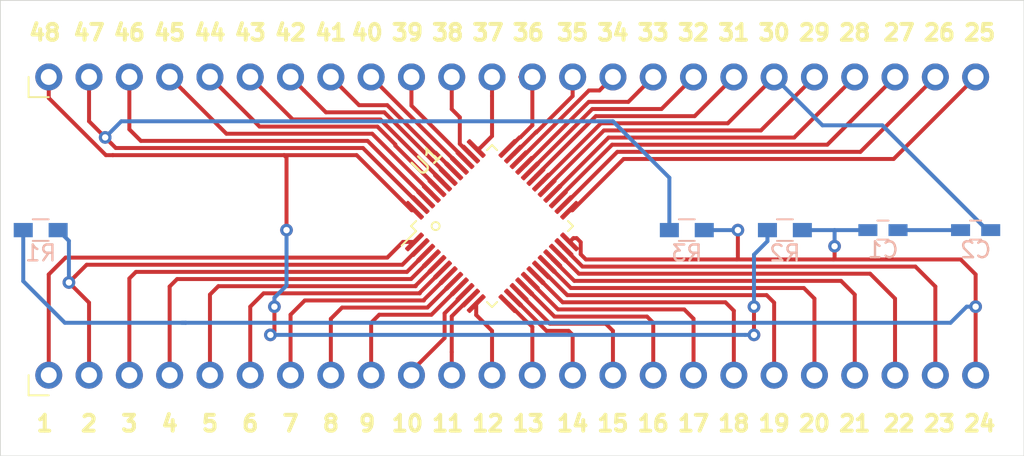
<source format=kicad_pcb>
(kicad_pcb (version 20190907) (host pcbnew "(5.99.0-286-g11f0acefe)")

  (general
    (thickness 1.6)
    (drawings 53)
    (tracks 286)
    (modules 8)
    (nets 50)
  )

  (page "A4")
  (layers
    (0 "F.Cu" signal)
    (31 "B.Cu" signal)
    (32 "B.Adhes" user)
    (33 "F.Adhes" user)
    (34 "B.Paste" user)
    (35 "F.Paste" user)
    (36 "B.SilkS" user)
    (37 "F.SilkS" user)
    (38 "B.Mask" user)
    (39 "F.Mask" user)
    (40 "Dwgs.User" user)
    (41 "Cmts.User" user)
    (42 "Eco1.User" user)
    (43 "Eco2.User" user)
    (44 "Edge.Cuts" user)
    (45 "Margin" user)
    (46 "B.CrtYd" user)
    (47 "F.CrtYd" user)
    (48 "B.Fab" user)
    (49 "F.Fab" user)
  )

  (setup
    (last_trace_width 0.25)
    (trace_clearance 0.2)
    (zone_clearance 0.508)
    (zone_45_only no)
    (trace_min 0.2)
    (via_size 0.8)
    (via_drill 0.4)
    (via_min_size 0.4)
    (via_min_drill 0.3)
    (uvia_size 0.3)
    (uvia_drill 0.1)
    (uvias_allowed no)
    (uvia_min_size 0.2)
    (uvia_min_drill 0.1)
    (max_error 0.005)
    (defaults
      (edge_clearance 0.01)
      (edge_cuts_line_width 0.05)
      (courtyard_line_width 0.05)
      (copper_line_width 0.2)
      (copper_text_dims (size 1.5 1.5) (thickness 0.3))
      (silk_line_width 0.12)
      (silk_text_dims (size 1 1) (thickness 0.15))
      (other_layers_line_width 0.1)
      (other_layers_text_dims (size 1 1) (thickness 0.15))
    )
    (pad_size 1.7 1.7)
    (pad_drill 1)
    (pad_to_mask_clearance 0.051)
    (solder_mask_min_width 0.25)
    (aux_axis_origin 0 0)
    (visible_elements FFFFFF7F)
    (pcbplotparams
      (layerselection 0x010fc_ffffffff)
      (usegerberextensions false)
      (usegerberattributes false)
      (usegerberadvancedattributes false)
      (creategerberjobfile false)
      (excludeedgelayer true)
      (linewidth 0.100000)
      (plotframeref false)
      (viasonmask false)
      (mode 1)
      (useauxorigin false)
      (hpglpennumber 1)
      (hpglpenspeed 20)
      (hpglpendiameter 15.000000)
      (psnegative false)
      (psa4output false)
      (plotreference true)
      (plotvalue true)
      (plotinvisibletext false)
      (padsonsilk false)
      (subtractmaskfromsilk false)
      (outputformat 1)
      (mirror false)
      (drillshape 1)
      (scaleselection 1)
      (outputdirectory "")
    )
  )

  (net 0 "")
  (net 1 "Net-(J1-Pad10)")
  (net 2 "Net-(J1-Pad11)")
  (net 3 "Net-(J1-Pad12)")
  (net 4 "Net-(J1-Pad13)")
  (net 5 "Net-(J1-Pad14)")
  (net 6 "Net-(J1-Pad15)")
  (net 7 "Net-(J1-Pad16)")
  (net 8 "Net-(J1-Pad17)")
  (net 9 "Net-(J1-Pad18)")
  (net 10 "Net-(J1-Pad19)")
  (net 11 "Net-(J1-Pad20)")
  (net 12 "Net-(J1-Pad21)")
  (net 13 "Net-(J1-Pad22)")
  (net 14 "Net-(J1-Pad23)")
  (net 15 "Net-(J2-Pad25)")
  (net 16 "Net-(J2-Pad26)")
  (net 17 "Net-(J2-Pad27)")
  (net 18 "Net-(J2-Pad28)")
  (net 19 "Net-(J2-Pad29)")
  (net 20 "Net-(J2-Pad31)")
  (net 21 "Net-(J2-Pad32)")
  (net 22 "Net-(J2-Pad33)")
  (net 23 "Net-(J2-Pad34)")
  (net 24 "Net-(J2-Pad35)")
  (net 25 "Net-(J2-Pad36)")
  (net 26 "Net-(J2-Pad37)")
  (net 27 "Net-(J2-Pad38)")
  (net 28 "Net-(J2-Pad39)")
  (net 29 "Net-(J2-Pad40)")
  (net 30 "Net-(J2-Pad41)")
  (net 31 "Net-(J2-Pad42)")
  (net 32 "Net-(J2-Pad43)")
  (net 33 "Net-(J2-Pad44)")
  (net 34 "Net-(J2-Pad45)")
  (net 35 "Net-(J2-Pad46)")
  (net 36 "Net-(J2-Pad47)")
  (net 37 "Net-(J2-Pad48)")
  (net 38 "Net-(C1-Pad1)")
  (net 39 "GND")
  (net 40 "Net-(C2-Pad2)")
  (net 41 "/~RESET")
  (net 42 "Net-(J1-Pad5)")
  (net 43 "Net-(J1-Pad6)")
  (net 44 "Net-(J1-Pad7)")
  (net 45 "Net-(J1-Pad8)")
  (net 46 "Net-(J1-Pad9)")
  (net 47 "/TMS")
  (net 48 "/TMSP1.0")
  (net 49 "/P1.1")

  (net_class "Default" "This is the default net class."
    (clearance 0.2)
    (trace_width 0.25)
    (via_dia 0.8)
    (via_drill 0.4)
    (uvia_dia 0.3)
    (uvia_drill 0.1)
    (add_net "/P1.1")
    (add_net "/TMS")
    (add_net "/TMSP1.0")
    (add_net "/~RESET")
    (add_net "GND")
    (add_net "Net-(C1-Pad1)")
    (add_net "Net-(C2-Pad2)")
    (add_net "Net-(J1-Pad10)")
    (add_net "Net-(J1-Pad11)")
    (add_net "Net-(J1-Pad12)")
    (add_net "Net-(J1-Pad13)")
    (add_net "Net-(J1-Pad14)")
    (add_net "Net-(J1-Pad15)")
    (add_net "Net-(J1-Pad16)")
    (add_net "Net-(J1-Pad17)")
    (add_net "Net-(J1-Pad18)")
    (add_net "Net-(J1-Pad19)")
    (add_net "Net-(J1-Pad20)")
    (add_net "Net-(J1-Pad21)")
    (add_net "Net-(J1-Pad22)")
    (add_net "Net-(J1-Pad23)")
    (add_net "Net-(J1-Pad5)")
    (add_net "Net-(J1-Pad6)")
    (add_net "Net-(J1-Pad7)")
    (add_net "Net-(J1-Pad8)")
    (add_net "Net-(J1-Pad9)")
    (add_net "Net-(J2-Pad25)")
    (add_net "Net-(J2-Pad26)")
    (add_net "Net-(J2-Pad27)")
    (add_net "Net-(J2-Pad28)")
    (add_net "Net-(J2-Pad29)")
    (add_net "Net-(J2-Pad31)")
    (add_net "Net-(J2-Pad32)")
    (add_net "Net-(J2-Pad33)")
    (add_net "Net-(J2-Pad34)")
    (add_net "Net-(J2-Pad35)")
    (add_net "Net-(J2-Pad36)")
    (add_net "Net-(J2-Pad37)")
    (add_net "Net-(J2-Pad38)")
    (add_net "Net-(J2-Pad39)")
    (add_net "Net-(J2-Pad40)")
    (add_net "Net-(J2-Pad41)")
    (add_net "Net-(J2-Pad42)")
    (add_net "Net-(J2-Pad43)")
    (add_net "Net-(J2-Pad44)")
    (add_net "Net-(J2-Pad45)")
    (add_net "Net-(J2-Pad46)")
    (add_net "Net-(J2-Pad47)")
    (add_net "Net-(J2-Pad48)")
  )

  (module "Package_QFP:LQFP-48_7x7mm_P0.5mm" (layer "F.Cu") (tedit 5DCB21BE) (tstamp 5DC834CE)
    (at 142.494 95.504 45)
    (descr "LQFP, 48 Pin (https://www.analog.com/media/en/technical-documentation/data-sheets/ltc2358-16.pdf), generated with kicad-footprint-generator ipc_gullwing_generator.py")
    (tags "LQFP QFP")
    (path "/5DC7B235")
    (attr smd)
    (fp_text reference "U1" (at 0 -5.85 45) (layer "F.SilkS")
      (effects (font (size 1 1) (thickness 0.15)))
    )
    (fp_text value "ARM7TDMI" (at 0 5.85 45) (layer "F.Fab")
      (effects (font (size 1 1) (thickness 0.15)))
    )
    (fp_text user "%R" (at 0 0 45) (layer "F.Fab")
      (effects (font (size 1 1) (thickness 0.15)))
    )
    (fp_line (start 5.15 3.15) (end 5.15 0) (layer "F.CrtYd") (width 0.05))
    (fp_line (start 3.75 3.15) (end 5.15 3.15) (layer "F.CrtYd") (width 0.05))
    (fp_line (start 3.75 3.75) (end 3.75 3.15) (layer "F.CrtYd") (width 0.05))
    (fp_line (start 3.15 3.75) (end 3.75 3.75) (layer "F.CrtYd") (width 0.05))
    (fp_line (start 3.15 5.15) (end 3.15 3.75) (layer "F.CrtYd") (width 0.05))
    (fp_line (start 0 5.15) (end 3.15 5.15) (layer "F.CrtYd") (width 0.05))
    (fp_line (start -5.15 3.15) (end -5.15 0) (layer "F.CrtYd") (width 0.05))
    (fp_line (start -3.75 3.15) (end -5.15 3.15) (layer "F.CrtYd") (width 0.05))
    (fp_line (start -3.75 3.75) (end -3.75 3.15) (layer "F.CrtYd") (width 0.05))
    (fp_line (start -3.15 3.75) (end -3.75 3.75) (layer "F.CrtYd") (width 0.05))
    (fp_line (start -3.15 5.15) (end -3.15 3.75) (layer "F.CrtYd") (width 0.05))
    (fp_line (start 0 5.15) (end -3.15 5.15) (layer "F.CrtYd") (width 0.05))
    (fp_line (start 5.15 -3.15) (end 5.15 0) (layer "F.CrtYd") (width 0.05))
    (fp_line (start 3.75 -3.15) (end 5.15 -3.15) (layer "F.CrtYd") (width 0.05))
    (fp_line (start 3.75 -3.75) (end 3.75 -3.15) (layer "F.CrtYd") (width 0.05))
    (fp_line (start 3.15 -3.75) (end 3.75 -3.75) (layer "F.CrtYd") (width 0.05))
    (fp_line (start 3.15 -5.15) (end 3.15 -3.75) (layer "F.CrtYd") (width 0.05))
    (fp_line (start 0 -5.15) (end 3.15 -5.15) (layer "F.CrtYd") (width 0.05))
    (fp_line (start -5.15 -3.15) (end -5.15 0) (layer "F.CrtYd") (width 0.05))
    (fp_line (start -3.75 -3.15) (end -5.15 -3.15) (layer "F.CrtYd") (width 0.05))
    (fp_line (start -3.75 -3.75) (end -3.75 -3.15) (layer "F.CrtYd") (width 0.05))
    (fp_line (start -3.15 -3.75) (end -3.75 -3.75) (layer "F.CrtYd") (width 0.05))
    (fp_line (start -3.15 -5.15) (end -3.15 -3.75) (layer "F.CrtYd") (width 0.05))
    (fp_line (start 0 -5.15) (end -3.15 -5.15) (layer "F.CrtYd") (width 0.05))
    (fp_line (start -3.5 -2.5) (end -2.5 -3.5) (layer "F.Fab") (width 0.1))
    (fp_line (start -3.5 3.5) (end -3.5 -2.5) (layer "F.Fab") (width 0.1))
    (fp_line (start 3.5 3.5) (end -3.5 3.5) (layer "F.Fab") (width 0.1))
    (fp_line (start 3.5 -3.5) (end 3.5 3.5) (layer "F.Fab") (width 0.1))
    (fp_line (start -2.5 -3.5) (end 3.5 -3.5) (layer "F.Fab") (width 0.1))
    (fp_line (start -3.61 -3.16) (end -4.9 -3.16) (layer "F.SilkS") (width 0.12))
    (fp_line (start -3.61 -3.61) (end -3.61 -3.16) (layer "F.SilkS") (width 0.12))
    (fp_line (start -3.16 -3.61) (end -3.61 -3.61) (layer "F.SilkS") (width 0.12))
    (fp_line (start 3.61 -3.61) (end 3.61 -3.16) (layer "F.SilkS") (width 0.12))
    (fp_line (start 3.16 -3.61) (end 3.61 -3.61) (layer "F.SilkS") (width 0.12))
    (fp_line (start -3.61 3.61) (end -3.61 3.16) (layer "F.SilkS") (width 0.12))
    (fp_line (start -3.16 3.61) (end -3.61 3.61) (layer "F.SilkS") (width 0.12))
    (fp_line (start 3.61 3.61) (end 3.61 3.16) (layer "F.SilkS") (width 0.12))
    (fp_line (start 3.16 3.61) (end 3.61 3.61) (layer "F.SilkS") (width 0.12))
    (pad "1" smd roundrect (at -4.1625 -2.75 45) (size 1.475 0.3) (layers "F.Cu" "F.Paste" "F.Mask") (roundrect_rratio 0.25)
      (net 41 "/~RESET") (solder_mask_margin 0.05) (clearance 0.09))
    (pad "2" smd roundrect (at -4.1625 -2.25 45) (size 1.475 0.3) (layers "F.Cu" "F.Paste" "F.Mask") (roundrect_rratio 0.25)
      (net 47 "/TMS") (solder_mask_margin 0.05) (clearance 0.09))
    (pad "3" smd roundrect (at -4.1625 -1.75 45) (size 1.475 0.3) (layers "F.Cu" "F.Paste" "F.Mask") (roundrect_rratio 0.25)
      (net 48 "/TMSP1.0") (solder_mask_margin 0.05) (clearance 0.09))
    (pad "4" smd roundrect (at -4.1625 -1.249999 45) (size 1.475 0.3) (layers "F.Cu" "F.Paste" "F.Mask") (roundrect_rratio 0.25)
      (net 49 "/P1.1") (solder_mask_margin 0.05) (clearance 0.09))
    (pad "5" smd roundrect (at -4.1625 -0.75 45) (size 1.475 0.3) (layers "F.Cu" "F.Paste" "F.Mask") (roundrect_rratio 0.25)
      (net 42 "Net-(J1-Pad5)") (solder_mask_margin 0.05) (clearance 0.09))
    (pad "6" smd roundrect (at -4.1625 -0.25 45) (size 1.475 0.3) (layers "F.Cu" "F.Paste" "F.Mask") (roundrect_rratio 0.25)
      (net 43 "Net-(J1-Pad6)") (solder_mask_margin 0.05) (clearance 0.09))
    (pad "7" smd roundrect (at -4.1625 0.25 45) (size 1.475 0.3) (layers "F.Cu" "F.Paste" "F.Mask") (roundrect_rratio 0.25)
      (net 44 "Net-(J1-Pad7)") (solder_mask_margin 0.05) (clearance 0.09))
    (pad "8" smd roundrect (at -4.1625 0.75 45) (size 1.475 0.3) (layers "F.Cu" "F.Paste" "F.Mask") (roundrect_rratio 0.25)
      (net 45 "Net-(J1-Pad8)") (solder_mask_margin 0.05) (clearance 0.09))
    (pad "9" smd roundrect (at -4.1625 1.249999 45) (size 1.475 0.3) (layers "F.Cu" "F.Paste" "F.Mask") (roundrect_rratio 0.25)
      (net 46 "Net-(J1-Pad9)") (solder_mask_margin 0.05) (clearance 0.09))
    (pad "10" smd roundrect (at -4.1625 1.75 45) (size 1.475 0.3) (layers "F.Cu" "F.Paste" "F.Mask") (roundrect_rratio 0.25)
      (net 1 "Net-(J1-Pad10)") (solder_mask_margin 0.05) (clearance 0.09))
    (pad "11" smd roundrect (at -4.1625 2.25 45) (size 1.475 0.3) (layers "F.Cu" "F.Paste" "F.Mask") (roundrect_rratio 0.25)
      (net 2 "Net-(J1-Pad11)") (solder_mask_margin 0.05) (clearance 0.09))
    (pad "12" smd roundrect (at -4.1625 2.75 45) (size 1.475 0.3) (layers "F.Cu" "F.Paste" "F.Mask") (roundrect_rratio 0.25)
      (net 3 "Net-(J1-Pad12)") (solder_mask_margin 0.05) (clearance 0.09))
    (pad "13" smd roundrect (at -2.75 4.1625 45) (size 0.3 1.475) (layers "F.Cu" "F.Paste" "F.Mask") (roundrect_rratio 0.25)
      (net 4 "Net-(J1-Pad13)") (solder_mask_margin 0.05) (clearance 0.09))
    (pad "14" smd roundrect (at -2.25 4.1625 45) (size 0.3 1.475) (layers "F.Cu" "F.Paste" "F.Mask") (roundrect_rratio 0.25)
      (net 5 "Net-(J1-Pad14)") (solder_mask_margin 0.05) (clearance 0.09))
    (pad "15" smd roundrect (at -1.75 4.1625 45) (size 0.3 1.475) (layers "F.Cu" "F.Paste" "F.Mask") (roundrect_rratio 0.25)
      (net 6 "Net-(J1-Pad15)") (solder_mask_margin 0.05) (clearance 0.09))
    (pad "16" smd roundrect (at -1.249999 4.1625 45) (size 0.3 1.475) (layers "F.Cu" "F.Paste" "F.Mask") (roundrect_rratio 0.25)
      (net 7 "Net-(J1-Pad16)") (solder_mask_margin 0.05) (clearance 0.09))
    (pad "17" smd roundrect (at -0.75 4.1625 45) (size 0.3 1.475) (layers "F.Cu" "F.Paste" "F.Mask") (roundrect_rratio 0.25)
      (net 8 "Net-(J1-Pad17)") (solder_mask_margin 0.05) (clearance 0.09))
    (pad "18" smd roundrect (at -0.25 4.1625 45) (size 0.3 1.475) (layers "F.Cu" "F.Paste" "F.Mask") (roundrect_rratio 0.25)
      (net 9 "Net-(J1-Pad18)") (solder_mask_margin 0.05) (clearance 0.09))
    (pad "19" smd roundrect (at 0.25 4.1625 45) (size 0.3 1.475) (layers "F.Cu" "F.Paste" "F.Mask") (roundrect_rratio 0.25)
      (net 10 "Net-(J1-Pad19)") (solder_mask_margin 0.05) (clearance 0.09))
    (pad "20" smd roundrect (at 0.75 4.1625 45) (size 0.3 1.475) (layers "F.Cu" "F.Paste" "F.Mask") (roundrect_rratio 0.25)
      (net 11 "Net-(J1-Pad20)") (solder_mask_margin 0.05) (clearance 0.09))
    (pad "21" smd roundrect (at 1.249999 4.1625 45) (size 0.3 1.475) (layers "F.Cu" "F.Paste" "F.Mask") (roundrect_rratio 0.25)
      (net 12 "Net-(J1-Pad21)") (solder_mask_margin 0.05) (clearance 0.09))
    (pad "22" smd roundrect (at 1.75 4.1625 45) (size 0.3 1.475) (layers "F.Cu" "F.Paste" "F.Mask") (roundrect_rratio 0.25)
      (net 13 "Net-(J1-Pad22)") (solder_mask_margin 0.05) (clearance 0.09))
    (pad "23" smd roundrect (at 2.25 4.1625 45) (size 0.3 1.475) (layers "F.Cu" "F.Paste" "F.Mask") (roundrect_rratio 0.25)
      (net 14 "Net-(J1-Pad23)") (solder_mask_margin 0.05) (clearance 0.09))
    (pad "24" smd roundrect (at 2.75 4.1625 45) (size 0.3 1.475) (layers "F.Cu" "F.Paste" "F.Mask") (roundrect_rratio 0.25)
      (net 38 "Net-(C1-Pad1)") (solder_mask_margin 0.05) (clearance 0.09))
    (pad "25" smd roundrect (at 4.1625 2.75 45) (size 1.475 0.3) (layers "F.Cu" "F.Paste" "F.Mask") (roundrect_rratio 0.25)
      (net 15 "Net-(J2-Pad25)") (solder_mask_margin 0.05) (clearance 0.09))
    (pad "26" smd roundrect (at 4.1625 2.25 45) (size 1.475 0.3) (layers "F.Cu" "F.Paste" "F.Mask") (roundrect_rratio 0.25)
      (net 16 "Net-(J2-Pad26)") (solder_mask_margin 0.05) (clearance 0.09))
    (pad "27" smd roundrect (at 4.1625 1.75 45) (size 1.475 0.3) (layers "F.Cu" "F.Paste" "F.Mask") (roundrect_rratio 0.25)
      (net 17 "Net-(J2-Pad27)") (solder_mask_margin 0.05) (clearance 0.09))
    (pad "28" smd roundrect (at 4.1625 1.249999 45) (size 1.475 0.3) (layers "F.Cu" "F.Paste" "F.Mask") (roundrect_rratio 0.25)
      (net 18 "Net-(J2-Pad28)") (solder_mask_margin 0.05) (clearance 0.09))
    (pad "29" smd roundrect (at 4.1625 0.75 45) (size 1.475 0.3) (layers "F.Cu" "F.Paste" "F.Mask") (roundrect_rratio 0.25)
      (net 19 "Net-(J2-Pad29)") (solder_mask_margin 0.05) (clearance 0.09))
    (pad "30" smd roundrect (at 4.1625 0.25 45) (size 1.475 0.3) (layers "F.Cu" "F.Paste" "F.Mask") (roundrect_rratio 0.25)
      (net 40 "Net-(C2-Pad2)") (solder_mask_margin 0.05) (clearance 0.09))
    (pad "31" smd roundrect (at 4.1625 -0.25 45) (size 1.475 0.3) (layers "F.Cu" "F.Paste" "F.Mask") (roundrect_rratio 0.25)
      (net 20 "Net-(J2-Pad31)") (solder_mask_margin 0.05) (clearance 0.09))
    (pad "32" smd roundrect (at 4.1625 -0.75 45) (size 1.475 0.3) (layers "F.Cu" "F.Paste" "F.Mask") (roundrect_rratio 0.25)
      (net 21 "Net-(J2-Pad32)") (solder_mask_margin 0.05) (clearance 0.09))
    (pad "33" smd roundrect (at 4.1625 -1.249999 45) (size 1.475 0.3) (layers "F.Cu" "F.Paste" "F.Mask") (roundrect_rratio 0.25)
      (net 22 "Net-(J2-Pad33)") (solder_mask_margin 0.05) (clearance 0.09))
    (pad "34" smd roundrect (at 4.1625 -1.75 45) (size 1.475 0.3) (layers "F.Cu" "F.Paste" "F.Mask") (roundrect_rratio 0.25)
      (net 23 "Net-(J2-Pad34)") (solder_mask_margin 0.05) (clearance 0.09))
    (pad "35" smd roundrect (at 4.1625 -2.25 45) (size 1.475 0.3) (layers "F.Cu" "F.Paste" "F.Mask") (roundrect_rratio 0.25)
      (net 24 "Net-(J2-Pad35)") (solder_mask_margin 0.05) (clearance 0.09))
    (pad "36" smd roundrect (at 4.1625 -2.75 45) (size 1.475 0.3) (layers "F.Cu" "F.Paste" "F.Mask") (roundrect_rratio 0.25)
      (net 25 "Net-(J2-Pad36)") (solder_mask_margin 0.05) (clearance 0.09))
    (pad "37" smd roundrect (at 2.75 -4.1625 45) (size 0.3 1.475) (layers "F.Cu" "F.Paste" "F.Mask") (roundrect_rratio 0.25)
      (net 26 "Net-(J2-Pad37)") (solder_mask_margin 0.05) (clearance 0.09))
    (pad "38" smd roundrect (at 2.25 -4.1625 45) (size 0.3 1.475) (layers "F.Cu" "F.Paste" "F.Mask") (roundrect_rratio 0.25)
      (net 27 "Net-(J2-Pad38)") (solder_mask_margin 0.05) (clearance 0.09))
    (pad "39" smd roundrect (at 1.75 -4.1625 45) (size 0.3 1.475) (layers "F.Cu" "F.Paste" "F.Mask") (roundrect_rratio 0.25)
      (net 28 "Net-(J2-Pad39)") (solder_mask_margin 0.05) (clearance 0.09))
    (pad "40" smd roundrect (at 1.249999 -4.1625 45) (size 0.3 1.475) (layers "F.Cu" "F.Paste" "F.Mask") (roundrect_rratio 0.25)
      (net 29 "Net-(J2-Pad40)") (solder_mask_margin 0.05) (clearance 0.09))
    (pad "41" smd roundrect (at 0.75 -4.1625 45) (size 0.3 1.475) (layers "F.Cu" "F.Paste" "F.Mask") (roundrect_rratio 0.25)
      (net 30 "Net-(J2-Pad41)") (solder_mask_margin 0.05) (clearance 0.09))
    (pad "42" smd roundrect (at 0.25 -4.1625 45) (size 0.3 1.475) (layers "F.Cu" "F.Paste" "F.Mask") (roundrect_rratio 0.25)
      (net 31 "Net-(J2-Pad42)") (solder_mask_margin 0.05) (clearance 0.09))
    (pad "43" smd roundrect (at -0.25 -4.1625 45) (size 0.3 1.475) (layers "F.Cu" "F.Paste" "F.Mask") (roundrect_rratio 0.25)
      (net 32 "Net-(J2-Pad43)") (solder_mask_margin 0.05) (clearance 0.09))
    (pad "44" smd roundrect (at -0.75 -4.1625 45) (size 0.3 1.475) (layers "F.Cu" "F.Paste" "F.Mask") (roundrect_rratio 0.25)
      (net 33 "Net-(J2-Pad44)") (solder_mask_margin 0.05) (clearance 0.09))
    (pad "45" smd roundrect (at -1.249999 -4.1625 45) (size 0.3 1.475) (layers "F.Cu" "F.Paste" "F.Mask") (roundrect_rratio 0.25)
      (net 34 "Net-(J2-Pad45)") (solder_mask_margin 0.05) (clearance 0.09))
    (pad "46" smd roundrect (at -1.75 -4.1625 45) (size 0.3 1.475) (layers "F.Cu" "F.Paste" "F.Mask") (roundrect_rratio 0.25)
      (net 35 "Net-(J2-Pad46)") (solder_mask_margin 0.05) (clearance 0.09))
    (pad "47" smd roundrect (at -2.25 -4.1625 45) (size 0.3 1.475) (layers "F.Cu" "F.Paste" "F.Mask") (roundrect_rratio 0.25)
      (net 36 "Net-(J2-Pad47)") (solder_mask_margin 0.05) (clearance 0.09))
    (pad "48" smd roundrect (at -2.75 -4.1625 45) (size 0.3 1.475) (layers "F.Cu" "F.Paste" "F.Mask") (roundrect_rratio 0.25)
      (net 37 "Net-(J2-Pad48)") (solder_mask_margin 0.05) (clearance 0.09))
    (model "${KISYS3DMOD}/Package_QFP.3dshapes/LQFP-48_7x7mm_P0.5mm.wrl"
      (at (xyz 0 0 0))
      (scale (xyz 1 1 1))
      (rotate (xyz 0 0 0))
    )
  )

  (module "Connectors_PinHeader:PinHeader_1x24_P2.54mm_Horizontal_1-24" (layer "F.Cu") (tedit 5DCB268B) (tstamp 5DCB3567)
    (at 114.554 104.902 90)
    (descr "Through hole angled pin header, 1x24, 2.54mm pitch, 6mm pin length, single row")
    (tags "Through hole angled pin header THT 1x24 2.54mm single row")
    (path "/5DCF5B36")
    (fp_text reference "J1" (at -2.54 -1.27 180) (layer "F.SilkS") hide
      (effects (font (size 1 1) (thickness 0.15)))
    )
    (fp_text value "Conn_01x24_MountingPin_24-1" (at -2.54 55.88 180) (layer "F.Fab") hide
      (effects (font (size 1 1) (thickness 0.15)))
    )
    (fp_line (start 1.27 -1.8) (end -1.8 -1.8) (layer "F.CrtYd") (width 0.05))
    (fp_line (start 1.27 60.2) (end 1.27 -1.8) (layer "F.CrtYd") (width 0.05))
    (fp_line (start -1.8 60.2) (end 1.27 60.2) (layer "F.CrtYd") (width 0.05))
    (fp_line (start -1.8 -1.8) (end -1.8 60.2) (layer "F.CrtYd") (width 0.05))
    (fp_line (start -1.27 -1.27) (end 0 -1.27) (layer "F.SilkS") (width 0.12))
    (fp_line (start -1.27 0) (end -1.27 -1.27) (layer "F.SilkS") (width 0.12))
    (fp_line (start -0.32 58.1) (end -0.32 58.74) (layer "F.Fab") (width 0.1))
    (fp_line (start -0.32 55.56) (end -0.32 56.2) (layer "F.Fab") (width 0.1))
    (fp_line (start -0.32 53.02) (end -0.32 53.66) (layer "F.Fab") (width 0.1))
    (fp_line (start -0.32 50.48) (end -0.32 51.12) (layer "F.Fab") (width 0.1))
    (fp_line (start -0.32 47.94) (end -0.32 48.58) (layer "F.Fab") (width 0.1))
    (fp_line (start -0.32 45.4) (end -0.32 46.04) (layer "F.Fab") (width 0.1))
    (fp_line (start -0.32 42.86) (end -0.32 43.5) (layer "F.Fab") (width 0.1))
    (fp_line (start -0.32 40.32) (end -0.32 40.96) (layer "F.Fab") (width 0.1))
    (fp_line (start -0.32 37.78) (end -0.32 38.42) (layer "F.Fab") (width 0.1))
    (fp_line (start -0.32 35.24) (end -0.32 35.88) (layer "F.Fab") (width 0.1))
    (fp_line (start -0.32 32.7) (end -0.32 33.34) (layer "F.Fab") (width 0.1))
    (fp_line (start -0.32 30.16) (end -0.32 30.8) (layer "F.Fab") (width 0.1))
    (fp_line (start -0.32 27.62) (end -0.32 28.26) (layer "F.Fab") (width 0.1))
    (fp_line (start -0.32 25.08) (end -0.32 25.72) (layer "F.Fab") (width 0.1))
    (fp_line (start -0.32 22.54) (end -0.32 23.18) (layer "F.Fab") (width 0.1))
    (fp_line (start -0.32 20) (end -0.32 20.64) (layer "F.Fab") (width 0.1))
    (fp_line (start -0.32 17.46) (end -0.32 18.1) (layer "F.Fab") (width 0.1))
    (fp_line (start -0.32 14.92) (end -0.32 15.56) (layer "F.Fab") (width 0.1))
    (fp_line (start -0.32 12.38) (end -0.32 13.02) (layer "F.Fab") (width 0.1))
    (fp_line (start -0.32 9.84) (end -0.32 10.48) (layer "F.Fab") (width 0.1))
    (fp_line (start -0.32 7.3) (end -0.32 7.94) (layer "F.Fab") (width 0.1))
    (fp_line (start -0.32 4.76) (end -0.32 5.4) (layer "F.Fab") (width 0.1))
    (fp_line (start -0.32 2.22) (end -0.32 2.86) (layer "F.Fab") (width 0.1))
    (fp_line (start -0.32 -0.32) (end -0.32 0.32) (layer "F.Fab") (width 0.1))
    (pad "1" thru_hole oval (at 0 0 90) (size 1.7 1.7) (drill 1) (layers *.Cu *.Mask)
      (net 41 "/~RESET"))
    (pad "2" thru_hole oval (at 0 2.54 90) (size 1.7 1.7) (drill 1) (layers *.Cu *.Mask)
      (net 47 "/TMS"))
    (pad "3" thru_hole oval (at 0 5.08 90) (size 1.7 1.7) (drill 1) (layers *.Cu *.Mask)
      (net 48 "/TMSP1.0"))
    (pad "4" thru_hole oval (at 0 7.62 90) (size 1.7 1.7) (drill 1) (layers *.Cu *.Mask)
      (net 49 "/P1.1"))
    (pad "5" thru_hole oval (at 0 10.16 90) (size 1.7 1.7) (drill 1) (layers *.Cu *.Mask)
      (net 42 "Net-(J1-Pad5)"))
    (pad "6" thru_hole oval (at 0 12.7 90) (size 1.7 1.7) (drill 1) (layers *.Cu *.Mask)
      (net 43 "Net-(J1-Pad6)"))
    (pad "7" thru_hole oval (at 0 15.24 90) (size 1.7 1.7) (drill 1) (layers *.Cu *.Mask)
      (net 44 "Net-(J1-Pad7)"))
    (pad "8" thru_hole oval (at 0 17.78 90) (size 1.7 1.7) (drill 1) (layers *.Cu *.Mask)
      (net 45 "Net-(J1-Pad8)"))
    (pad "9" thru_hole oval (at 0 20.32 90) (size 1.7 1.7) (drill 1) (layers *.Cu *.Mask)
      (net 46 "Net-(J1-Pad9)"))
    (pad "10" thru_hole oval (at 0 22.86 90) (size 1.7 1.7) (drill 1) (layers *.Cu *.Mask)
      (net 1 "Net-(J1-Pad10)"))
    (pad "11" thru_hole oval (at 0 25.4 90) (size 1.7 1.7) (drill 1) (layers *.Cu *.Mask)
      (net 2 "Net-(J1-Pad11)"))
    (pad "12" thru_hole oval (at 0 27.94 90) (size 1.7 1.7) (drill 1) (layers *.Cu *.Mask)
      (net 3 "Net-(J1-Pad12)"))
    (pad "13" thru_hole oval (at 0 30.48 90) (size 1.7 1.7) (drill 1) (layers *.Cu *.Mask)
      (net 4 "Net-(J1-Pad13)"))
    (pad "14" thru_hole oval (at 0 33.02 90) (size 1.7 1.7) (drill 1) (layers *.Cu *.Mask)
      (net 5 "Net-(J1-Pad14)"))
    (pad "15" thru_hole oval (at 0 35.56 90) (size 1.7 1.7) (drill 1) (layers *.Cu *.Mask)
      (net 6 "Net-(J1-Pad15)"))
    (pad "16" thru_hole oval (at 0 38.1 90) (size 1.7 1.7) (drill 1) (layers *.Cu *.Mask)
      (net 7 "Net-(J1-Pad16)"))
    (pad "17" thru_hole oval (at 0 40.64 90) (size 1.7 1.7) (drill 1) (layers *.Cu *.Mask)
      (net 8 "Net-(J1-Pad17)"))
    (pad "18" thru_hole oval (at 0 43.18 90) (size 1.7 1.7) (drill 1) (layers *.Cu *.Mask)
      (net 9 "Net-(J1-Pad18)"))
    (pad "19" thru_hole oval (at 0 45.72 90) (size 1.7 1.7) (drill 1) (layers *.Cu *.Mask)
      (net 10 "Net-(J1-Pad19)"))
    (pad "20" thru_hole oval (at 0 48.26 90) (size 1.7 1.7) (drill 1) (layers *.Cu *.Mask)
      (net 11 "Net-(J1-Pad20)"))
    (pad "21" thru_hole oval (at 0 50.8 90) (size 1.7 1.7) (drill 1) (layers *.Cu *.Mask)
      (net 12 "Net-(J1-Pad21)"))
    (pad "22" thru_hole oval (at 0 53.34 90) (size 1.7 1.7) (drill 1) (layers *.Cu *.Mask)
      (net 13 "Net-(J1-Pad22)"))
    (pad "23" thru_hole oval (at 0 55.88 90) (size 1.7 1.7) (drill 1) (layers *.Cu *.Mask)
      (net 14 "Net-(J1-Pad23)"))
    (pad "24" thru_hole oval (at 0 58.42 90) (size 1.7 1.7) (drill 1) (layers *.Cu *.Mask)
      (net 38 "Net-(C1-Pad1)"))
    (model "${KISYS3DMOD}/Connector_PinHeader_2.54mm.3dshapes/PinHeader_1x24_P2.54mm_Horizontal.wrl"
      (at (xyz 0 0 0))
      (scale (xyz 1 1 1))
      (rotate (xyz 0 0 0))
    )
  )

  (module "Resistors_SMD:R_0603_HandSoldering" (layer "B.Cu") (tedit 58E0A804) (tstamp 5DCACD74)
    (at 154.77 95.758)
    (descr "Resistor SMD 0603, hand soldering")
    (tags "resistor 0603")
    (path "/5DCAF0C6")
    (attr smd)
    (fp_text reference "R3" (at 0 1.45) (layer "B.SilkS")
      (effects (font (size 1 1) (thickness 0.15)) (justify mirror))
    )
    (fp_text value "100k" (at 0 -1.55) (layer "B.Fab")
      (effects (font (size 1 1) (thickness 0.15)) (justify mirror))
    )
    (fp_text user "%R" (at 0 0) (layer "B.Fab")
      (effects (font (size 0.4 0.4) (thickness 0.075)) (justify mirror))
    )
    (fp_line (start -0.8 -0.4) (end -0.8 0.4) (layer "B.Fab") (width 0.1))
    (fp_line (start 0.8 -0.4) (end -0.8 -0.4) (layer "B.Fab") (width 0.1))
    (fp_line (start 0.8 0.4) (end 0.8 -0.4) (layer "B.Fab") (width 0.1))
    (fp_line (start -0.8 0.4) (end 0.8 0.4) (layer "B.Fab") (width 0.1))
    (fp_line (start 0.5 -0.68) (end -0.5 -0.68) (layer "B.SilkS") (width 0.12))
    (fp_line (start -0.5 0.68) (end 0.5 0.68) (layer "B.SilkS") (width 0.12))
    (fp_line (start -1.96 0.7) (end 1.95 0.7) (layer "B.CrtYd") (width 0.05))
    (fp_line (start -1.96 0.7) (end -1.96 -0.7) (layer "B.CrtYd") (width 0.05))
    (fp_line (start 1.95 -0.7) (end 1.95 0.7) (layer "B.CrtYd") (width 0.05))
    (fp_line (start 1.95 -0.7) (end -1.96 -0.7) (layer "B.CrtYd") (width 0.05))
    (pad "1" smd rect (at -1.1 0) (size 1.2 0.9) (layers "B.Cu" "B.Paste" "B.Mask")
      (net 36 "Net-(J2-Pad47)"))
    (pad "2" smd rect (at 1.1 0) (size 1.2 0.9) (layers "B.Cu" "B.Paste" "B.Mask")
      (net 38 "Net-(C1-Pad1)"))
    (model "${KISYS3DMOD}/Resistors_SMD.3dshapes/R_0603.wrl"
      (at (xyz 0 0 0))
      (scale (xyz 1 1 1))
      (rotate (xyz 0 0 0))
    )
  )

  (module "Resistors_SMD:R_0603_HandSoldering" (layer "B.Cu") (tedit 58E0A804) (tstamp 5DCACD71)
    (at 160.952 95.758)
    (descr "Resistor SMD 0603, hand soldering")
    (tags "resistor 0603")
    (path "/5DCAFFA2")
    (attr smd)
    (fp_text reference "R2" (at 0 1.45) (layer "B.SilkS")
      (effects (font (size 1 1) (thickness 0.15)) (justify mirror))
    )
    (fp_text value "100k" (at 0 -1.55) (layer "B.Fab")
      (effects (font (size 1 1) (thickness 0.15)) (justify mirror))
    )
    (fp_text user "%R" (at 0 0) (layer "B.Fab")
      (effects (font (size 0.4 0.4) (thickness 0.075)) (justify mirror))
    )
    (fp_line (start -0.8 -0.4) (end -0.8 0.4) (layer "B.Fab") (width 0.1))
    (fp_line (start 0.8 -0.4) (end -0.8 -0.4) (layer "B.Fab") (width 0.1))
    (fp_line (start 0.8 0.4) (end 0.8 -0.4) (layer "B.Fab") (width 0.1))
    (fp_line (start -0.8 0.4) (end 0.8 0.4) (layer "B.Fab") (width 0.1))
    (fp_line (start 0.5 -0.68) (end -0.5 -0.68) (layer "B.SilkS") (width 0.12))
    (fp_line (start -0.5 0.68) (end 0.5 0.68) (layer "B.SilkS") (width 0.12))
    (fp_line (start -1.96 0.7) (end 1.95 0.7) (layer "B.CrtYd") (width 0.05))
    (fp_line (start -1.96 0.7) (end -1.96 -0.7) (layer "B.CrtYd") (width 0.05))
    (fp_line (start 1.95 -0.7) (end 1.95 0.7) (layer "B.CrtYd") (width 0.05))
    (fp_line (start 1.95 -0.7) (end -1.96 -0.7) (layer "B.CrtYd") (width 0.05))
    (pad "1" smd rect (at -1.1 0) (size 1.2 0.9) (layers "B.Cu" "B.Paste" "B.Mask")
      (net 37 "Net-(J2-Pad48)"))
    (pad "2" smd rect (at 1.1 0) (size 1.2 0.9) (layers "B.Cu" "B.Paste" "B.Mask")
      (net 38 "Net-(C1-Pad1)"))
    (model "${KISYS3DMOD}/Resistors_SMD.3dshapes/R_0603.wrl"
      (at (xyz 0 0 0))
      (scale (xyz 1 1 1))
      (rotate (xyz 0 0 0))
    )
  )

  (module "Capacitors_SMD:C_0603_HandSoldering" (layer "B.Cu") (tedit 58AA848B) (tstamp 5DCAC848)
    (at 172.974 95.758)
    (descr "Capacitor SMD 0603, hand soldering")
    (tags "capacitor 0603")
    (path "/5DCB2776")
    (attr smd)
    (fp_text reference "C2" (at 0 1.25) (layer "B.SilkS")
      (effects (font (size 1 1) (thickness 0.15)) (justify mirror))
    )
    (fp_text value "0.1u" (at 0 -1.5) (layer "B.Fab")
      (effects (font (size 1 1) (thickness 0.15)) (justify mirror))
    )
    (fp_text user "%R" (at 0 1.25) (layer "B.Fab")
      (effects (font (size 1 1) (thickness 0.15)) (justify mirror))
    )
    (fp_line (start -0.8 -0.4) (end -0.8 0.4) (layer "B.Fab") (width 0.1))
    (fp_line (start 0.8 -0.4) (end -0.8 -0.4) (layer "B.Fab") (width 0.1))
    (fp_line (start 0.8 0.4) (end 0.8 -0.4) (layer "B.Fab") (width 0.1))
    (fp_line (start -0.8 0.4) (end 0.8 0.4) (layer "B.Fab") (width 0.1))
    (fp_line (start -0.35 0.6) (end 0.35 0.6) (layer "B.SilkS") (width 0.12))
    (fp_line (start 0.35 -0.6) (end -0.35 -0.6) (layer "B.SilkS") (width 0.12))
    (fp_line (start -1.8 0.65) (end 1.8 0.65) (layer "B.CrtYd") (width 0.05))
    (fp_line (start -1.8 0.65) (end -1.8 -0.65) (layer "B.CrtYd") (width 0.05))
    (fp_line (start 1.8 -0.65) (end 1.8 0.65) (layer "B.CrtYd") (width 0.05))
    (fp_line (start 1.8 -0.65) (end -1.8 -0.65) (layer "B.CrtYd") (width 0.05))
    (pad "1" smd rect (at -0.95 0) (size 1.2 0.75) (layers "B.Cu" "B.Paste" "B.Mask")
      (net 39 "GND"))
    (pad "2" smd rect (at 0.95 0) (size 1.2 0.75) (layers "B.Cu" "B.Paste" "B.Mask")
      (net 40 "Net-(C2-Pad2)"))
    (model "Capacitors_SMD.3dshapes/C_0603.wrl"
      (at (xyz 0 0 0))
      (scale (xyz 1 1 1))
      (rotate (xyz 0 0 0))
    )
  )

  (module "Capacitors_SMD:C_0603_HandSoldering" (layer "B.Cu") (tedit 58AA848B) (tstamp 5DCAC845)
    (at 167.132 95.758)
    (descr "Capacitor SMD 0603, hand soldering")
    (tags "capacitor 0603")
    (path "/5DCB1011")
    (attr smd)
    (fp_text reference "C1" (at 0 1.25) (layer "B.SilkS")
      (effects (font (size 1 1) (thickness 0.15)) (justify mirror))
    )
    (fp_text value "0.1u" (at 0 -1.5) (layer "B.Fab")
      (effects (font (size 1 1) (thickness 0.15)) (justify mirror))
    )
    (fp_text user "%R" (at 0 1.25) (layer "B.Fab")
      (effects (font (size 1 1) (thickness 0.15)) (justify mirror))
    )
    (fp_line (start -0.8 -0.4) (end -0.8 0.4) (layer "B.Fab") (width 0.1))
    (fp_line (start 0.8 -0.4) (end -0.8 -0.4) (layer "B.Fab") (width 0.1))
    (fp_line (start 0.8 0.4) (end 0.8 -0.4) (layer "B.Fab") (width 0.1))
    (fp_line (start -0.8 0.4) (end 0.8 0.4) (layer "B.Fab") (width 0.1))
    (fp_line (start -0.35 0.6) (end 0.35 0.6) (layer "B.SilkS") (width 0.12))
    (fp_line (start 0.35 -0.6) (end -0.35 -0.6) (layer "B.SilkS") (width 0.12))
    (fp_line (start -1.8 0.65) (end 1.8 0.65) (layer "B.CrtYd") (width 0.05))
    (fp_line (start -1.8 0.65) (end -1.8 -0.65) (layer "B.CrtYd") (width 0.05))
    (fp_line (start 1.8 -0.65) (end 1.8 0.65) (layer "B.CrtYd") (width 0.05))
    (fp_line (start 1.8 -0.65) (end -1.8 -0.65) (layer "B.CrtYd") (width 0.05))
    (pad "1" smd rect (at -0.95 0) (size 1.2 0.75) (layers "B.Cu" "B.Paste" "B.Mask")
      (net 38 "Net-(C1-Pad1)"))
    (pad "2" smd rect (at 0.95 0) (size 1.2 0.75) (layers "B.Cu" "B.Paste" "B.Mask")
      (net 39 "GND"))
    (model "Capacitors_SMD.3dshapes/C_0603.wrl"
      (at (xyz 0 0 0))
      (scale (xyz 1 1 1))
      (rotate (xyz 0 0 0))
    )
  )

  (module "Resistors_SMD:R_0603_HandSoldering" (layer "B.Cu") (tedit 58E0A804) (tstamp 5DCAC3A5)
    (at 114.046 95.758)
    (descr "Resistor SMD 0603, hand soldering")
    (tags "resistor 0603")
    (path "/5DCAC48D")
    (attr smd)
    (fp_text reference "R1" (at 0 1.45) (layer "B.SilkS")
      (effects (font (size 1 1) (thickness 0.15)) (justify mirror))
    )
    (fp_text value "100k" (at 0 -1.55) (layer "B.Fab")
      (effects (font (size 1 1) (thickness 0.15)) (justify mirror))
    )
    (fp_text user "%R" (at 0 0) (layer "B.Fab")
      (effects (font (size 0.4 0.4) (thickness 0.075)) (justify mirror))
    )
    (fp_line (start -0.8 -0.4) (end -0.8 0.4) (layer "B.Fab") (width 0.1))
    (fp_line (start 0.8 -0.4) (end -0.8 -0.4) (layer "B.Fab") (width 0.1))
    (fp_line (start 0.8 0.4) (end 0.8 -0.4) (layer "B.Fab") (width 0.1))
    (fp_line (start -0.8 0.4) (end 0.8 0.4) (layer "B.Fab") (width 0.1))
    (fp_line (start 0.5 -0.68) (end -0.5 -0.68) (layer "B.SilkS") (width 0.12))
    (fp_line (start -0.5 0.68) (end 0.5 0.68) (layer "B.SilkS") (width 0.12))
    (fp_line (start -1.96 0.7) (end 1.95 0.7) (layer "B.CrtYd") (width 0.05))
    (fp_line (start -1.96 0.7) (end -1.96 -0.7) (layer "B.CrtYd") (width 0.05))
    (fp_line (start 1.95 -0.7) (end 1.95 0.7) (layer "B.CrtYd") (width 0.05))
    (fp_line (start 1.95 -0.7) (end -1.96 -0.7) (layer "B.CrtYd") (width 0.05))
    (pad "1" smd rect (at -1.1 0) (size 1.2 0.9) (layers "B.Cu" "B.Paste" "B.Mask")
      (net 38 "Net-(C1-Pad1)"))
    (pad "2" smd rect (at 1.1 0) (size 1.2 0.9) (layers "B.Cu" "B.Paste" "B.Mask")
      (net 47 "/TMS"))
    (model "${KISYS3DMOD}/Resistors_SMD.3dshapes/R_0603.wrl"
      (at (xyz 0 0 0))
      (scale (xyz 1 1 1))
      (rotate (xyz 0 0 0))
    )
  )

  (module "Connectors_PinHeader:PinHeader_1x24_P2.54mm_Horizontal" (layer "F.Cu") (tedit 5DCB0263) (tstamp 5DC87851)
    (at 114.554 86.106 90)
    (descr "Through hole angled pin header, 1x24, 2.54mm pitch, 6mm pin length, single row")
    (tags "Through hole angled pin header THT 1x24 2.54mm single row")
    (path "/5DCD0572")
    (fp_text reference "J2" (at 2.54 0 180) (layer "F.SilkS") hide
      (effects (font (size 1 1) (thickness 0.15)))
    )
    (fp_text value "Conn_01x24_MountingPin_48-1" (at 2.54 55.88 180) (layer "F.Fab") hide
      (effects (font (size 1 1) (thickness 0.15)))
    )
    (fp_line (start 1.27 -1.8) (end -1.8 -1.8) (layer "F.CrtYd") (width 0.05))
    (fp_line (start 1.27 60.2) (end 1.27 -1.8) (layer "F.CrtYd") (width 0.05))
    (fp_line (start -1.8 60.2) (end 1.27 60.2) (layer "F.CrtYd") (width 0.05))
    (fp_line (start -1.8 -1.8) (end -1.8 60.2) (layer "F.CrtYd") (width 0.05))
    (fp_line (start -1.27 -1.27) (end 0 -1.27) (layer "F.SilkS") (width 0.12))
    (fp_line (start -1.27 0) (end -1.27 -1.27) (layer "F.SilkS") (width 0.12))
    (fp_line (start -0.32 58.1) (end -0.32 58.74) (layer "F.Fab") (width 0.1))
    (fp_line (start -0.32 55.56) (end -0.32 56.2) (layer "F.Fab") (width 0.1))
    (fp_line (start -0.32 53.02) (end -0.32 53.66) (layer "F.Fab") (width 0.1))
    (fp_line (start -0.32 50.48) (end -0.32 51.12) (layer "F.Fab") (width 0.1))
    (fp_line (start -0.32 47.94) (end -0.32 48.58) (layer "F.Fab") (width 0.1))
    (fp_line (start -0.32 45.4) (end -0.32 46.04) (layer "F.Fab") (width 0.1))
    (fp_line (start -0.32 42.86) (end -0.32 43.5) (layer "F.Fab") (width 0.1))
    (fp_line (start -0.32 40.32) (end -0.32 40.96) (layer "F.Fab") (width 0.1))
    (fp_line (start -0.32 37.78) (end -0.32 38.42) (layer "F.Fab") (width 0.1))
    (fp_line (start -0.32 35.24) (end -0.32 35.88) (layer "F.Fab") (width 0.1))
    (fp_line (start -0.32 32.7) (end -0.32 33.34) (layer "F.Fab") (width 0.1))
    (fp_line (start -0.32 30.16) (end -0.32 30.8) (layer "F.Fab") (width 0.1))
    (fp_line (start -0.32 27.62) (end -0.32 28.26) (layer "F.Fab") (width 0.1))
    (fp_line (start -0.32 25.08) (end -0.32 25.72) (layer "F.Fab") (width 0.1))
    (fp_line (start -0.32 22.54) (end -0.32 23.18) (layer "F.Fab") (width 0.1))
    (fp_line (start -0.32 20) (end -0.32 20.64) (layer "F.Fab") (width 0.1))
    (fp_line (start -0.32 17.46) (end -0.32 18.1) (layer "F.Fab") (width 0.1))
    (fp_line (start -0.32 14.92) (end -0.32 15.56) (layer "F.Fab") (width 0.1))
    (fp_line (start -0.32 12.38) (end -0.32 13.02) (layer "F.Fab") (width 0.1))
    (fp_line (start -0.32 9.84) (end -0.32 10.48) (layer "F.Fab") (width 0.1))
    (fp_line (start -0.32 7.3) (end -0.32 7.94) (layer "F.Fab") (width 0.1))
    (fp_line (start -0.32 4.76) (end -0.32 5.4) (layer "F.Fab") (width 0.1))
    (fp_line (start -0.32 2.22) (end -0.32 2.86) (layer "F.Fab") (width 0.1))
    (fp_line (start -0.32 -0.32) (end -0.32 0.32) (layer "F.Fab") (width 0.1))
    (pad "48" thru_hole oval (at 0 0 90) (size 1.7 1.7) (drill 1) (layers *.Cu *.Mask)
      (net 37 "Net-(J2-Pad48)"))
    (pad "47" thru_hole oval (at 0 2.54 90) (size 1.7 1.7) (drill 1) (layers *.Cu *.Mask)
      (net 36 "Net-(J2-Pad47)"))
    (pad "46" thru_hole oval (at 0 5.08 90) (size 1.7 1.7) (drill 1) (layers *.Cu *.Mask)
      (net 35 "Net-(J2-Pad46)"))
    (pad "45" thru_hole oval (at 0 7.62 90) (size 1.7 1.7) (drill 1) (layers *.Cu *.Mask)
      (net 34 "Net-(J2-Pad45)"))
    (pad "44" thru_hole oval (at 0 10.16 90) (size 1.7 1.7) (drill 1) (layers *.Cu *.Mask)
      (net 33 "Net-(J2-Pad44)"))
    (pad "43" thru_hole oval (at 0 12.7 90) (size 1.7 1.7) (drill 1) (layers *.Cu *.Mask)
      (net 32 "Net-(J2-Pad43)"))
    (pad "42" thru_hole oval (at 0 15.24 90) (size 1.7 1.7) (drill 1) (layers *.Cu *.Mask)
      (net 31 "Net-(J2-Pad42)"))
    (pad "41" thru_hole oval (at 0 17.78 90) (size 1.7 1.7) (drill 1) (layers *.Cu *.Mask)
      (net 30 "Net-(J2-Pad41)"))
    (pad "40" thru_hole oval (at 0 20.32 90) (size 1.7 1.7) (drill 1) (layers *.Cu *.Mask)
      (net 29 "Net-(J2-Pad40)"))
    (pad "39" thru_hole oval (at 0 22.86 90) (size 1.7 1.7) (drill 1) (layers *.Cu *.Mask)
      (net 28 "Net-(J2-Pad39)"))
    (pad "38" thru_hole oval (at 0 25.4 90) (size 1.7 1.7) (drill 1) (layers *.Cu *.Mask)
      (net 27 "Net-(J2-Pad38)"))
    (pad "37" thru_hole oval (at 0 27.94 90) (size 1.7 1.7) (drill 1) (layers *.Cu *.Mask)
      (net 26 "Net-(J2-Pad37)"))
    (pad "36" thru_hole oval (at 0 30.48 90) (size 1.7 1.7) (drill 1) (layers *.Cu *.Mask)
      (net 25 "Net-(J2-Pad36)"))
    (pad "35" thru_hole oval (at 0 33.02 90) (size 1.7 1.7) (drill 1) (layers *.Cu *.Mask)
      (net 24 "Net-(J2-Pad35)"))
    (pad "34" thru_hole oval (at 0 35.56 90) (size 1.7 1.7) (drill 1) (layers *.Cu *.Mask)
      (net 23 "Net-(J2-Pad34)"))
    (pad "33" thru_hole oval (at 0 38.1 90) (size 1.7 1.7) (drill 1) (layers *.Cu *.Mask)
      (net 22 "Net-(J2-Pad33)"))
    (pad "32" thru_hole oval (at 0 40.64 90) (size 1.7 1.7) (drill 1) (layers *.Cu *.Mask)
      (net 21 "Net-(J2-Pad32)"))
    (pad "31" thru_hole oval (at 0 43.18 90) (size 1.7 1.7) (drill 1) (layers *.Cu *.Mask)
      (net 20 "Net-(J2-Pad31)"))
    (pad "30" thru_hole oval (at 0 45.72 90) (size 1.7 1.7) (drill 1) (layers *.Cu *.Mask)
      (net 40 "Net-(C2-Pad2)"))
    (pad "29" thru_hole oval (at 0 48.26 90) (size 1.7 1.7) (drill 1) (layers *.Cu *.Mask)
      (net 19 "Net-(J2-Pad29)"))
    (pad "28" thru_hole oval (at 0 50.8 90) (size 1.7 1.7) (drill 1) (layers *.Cu *.Mask)
      (net 18 "Net-(J2-Pad28)"))
    (pad "27" thru_hole oval (at 0 53.34 90) (size 1.7 1.7) (drill 1) (layers *.Cu *.Mask)
      (net 17 "Net-(J2-Pad27)"))
    (pad "26" thru_hole oval (at 0 55.88 90) (size 1.7 1.7) (drill 1) (layers *.Cu *.Mask)
      (net 16 "Net-(J2-Pad26)"))
    (pad "25" thru_hole oval (at 0 58.42 90) (size 1.7 1.7) (drill 1) (layers *.Cu *.Mask)
      (net 15 "Net-(J2-Pad25)"))
    (model "${KISYS3DMOD}/Connector_PinHeader_2.54mm.3dshapes/PinHeader_1x24_P2.54mm_Horizontal.wrl"
      (at (xyz 0 0 0))
      (scale (xyz 1 1 1))
      (rotate (xyz 0 0 0))
    )
  )

  (gr_circle (center 138.938 95.504) (end 139.192 95.504) (layer "F.SilkS") (width 0.12))
  (gr_text "48" (at 114.3 83.312) (layer "F.SilkS") (tstamp 5DC883A8)
    (effects (font (size 1 1) (thickness 0.25)))
  )
  (gr_text "17" (at 155.194 107.95) (layer "F.SilkS") (tstamp 5DC879C7)
    (effects (font (size 1 1) (thickness 0.25)))
  )
  (gr_text "21" (at 165.354 107.95) (layer "F.SilkS") (tstamp 5DC879C6)
    (effects (font (size 1 1) (thickness 0.25)))
  )
  (gr_text "2" (at 117.094 107.95) (layer "F.SilkS") (tstamp 5DC879C5)
    (effects (font (size 1 1) (thickness 0.25)))
  )
  (gr_text "1" (at 114.3 107.95) (layer "F.SilkS") (tstamp 5DC879C4)
    (effects (font (size 1 1) (thickness 0.25)))
  )
  (gr_text "13" (at 144.78 107.95) (layer "F.SilkS") (tstamp 5DC879C3)
    (effects (font (size 1 1) (thickness 0.25)))
  )
  (gr_text "6" (at 127.254 107.95) (layer "F.SilkS") (tstamp 5DC879C2)
    (effects (font (size 1 1) (thickness 0.25)))
  )
  (gr_text "9" (at 134.62 107.95) (layer "F.SilkS") (tstamp 5DC879C1)
    (effects (font (size 1 1) (thickness 0.25)))
  )
  (gr_text "22" (at 168.148 107.95) (layer "F.SilkS") (tstamp 5DC879C0)
    (effects (font (size 1 1) (thickness 0.25)))
  )
  (gr_text "3" (at 119.634 107.95) (layer "F.SilkS") (tstamp 5DC879BF)
    (effects (font (size 1 1) (thickness 0.25)))
  )
  (gr_text "16" (at 152.654 107.95) (layer "F.SilkS") (tstamp 5DC879BE)
    (effects (font (size 1 1) (thickness 0.25)))
  )
  (gr_text "7" (at 129.794 107.95) (layer "F.SilkS") (tstamp 5DC879BD)
    (effects (font (size 1 1) (thickness 0.25)))
  )
  (gr_text "14" (at 147.574 107.95) (layer "F.SilkS") (tstamp 5DC879BC)
    (effects (font (size 1 1) (thickness 0.25)))
  )
  (gr_text "5" (at 124.714 107.95) (layer "F.SilkS") (tstamp 5DC879BB)
    (effects (font (size 1 1) (thickness 0.25)))
  )
  (gr_text "20" (at 162.814 107.95) (layer "F.SilkS") (tstamp 5DC879BA)
    (effects (font (size 1 1) (thickness 0.25)))
  )
  (gr_text "8" (at 132.334 107.95) (layer "F.SilkS") (tstamp 5DC879B9)
    (effects (font (size 1 1) (thickness 0.25)))
  )
  (gr_text "12" (at 142.24 107.95) (layer "F.SilkS") (tstamp 5DC879B8)
    (effects (font (size 1 1) (thickness 0.25)))
  )
  (gr_text "15" (at 150.114 107.95) (layer "F.SilkS") (tstamp 5DC879B7)
    (effects (font (size 1 1) (thickness 0.25)))
  )
  (gr_text "19" (at 160.274 107.95) (layer "F.SilkS") (tstamp 5DC879B6)
    (effects (font (size 1 1) (thickness 0.25)))
  )
  (gr_text "10" (at 137.16 107.95) (layer "F.SilkS") (tstamp 5DC879B5)
    (effects (font (size 1 1) (thickness 0.25)))
  )
  (gr_text "4" (at 122.174 107.95) (layer "F.SilkS") (tstamp 5DC879B4)
    (effects (font (size 1 1) (thickness 0.25)))
  )
  (gr_text "23" (at 170.688 107.95) (layer "F.SilkS") (tstamp 5DC879B3)
    (effects (font (size 1 1) (thickness 0.25)))
  )
  (gr_text "24" (at 173.228 107.95) (layer "F.SilkS") (tstamp 5DC879B2)
    (effects (font (size 1 1) (thickness 0.25)))
  )
  (gr_text "11" (at 139.7 107.95) (layer "F.SilkS") (tstamp 5DC879B1)
    (effects (font (size 1 1) (thickness 0.25)))
  )
  (gr_text "18" (at 157.734 107.95) (layer "F.SilkS") (tstamp 5DC879B0)
    (effects (font (size 1 1) (thickness 0.25)))
  )
  (gr_text "28" (at 165.354 83.312) (layer "F.SilkS") (tstamp 5DC8792C)
    (effects (font (size 1 1) (thickness 0.25)))
  )
  (gr_text "32" (at 155.194 83.312) (layer "F.SilkS") (tstamp 5DC8792B)
    (effects (font (size 1 1) (thickness 0.25)))
  )
  (gr_text "25" (at 173.228 83.312) (layer "F.SilkS") (tstamp 5DC8792A)
    (effects (font (size 1 1) (thickness 0.25)))
  )
  (gr_text "27" (at 168.148 83.312) (layer "F.SilkS") (tstamp 5DC87929)
    (effects (font (size 1 1) (thickness 0.25)))
  )
  (gr_text "29" (at 162.814 83.312) (layer "F.SilkS") (tstamp 5DC87928)
    (effects (font (size 1 1) (thickness 0.25)))
  )
  (gr_text "26" (at 170.688 83.312) (layer "F.SilkS") (tstamp 5DC87927)
    (effects (font (size 1 1) (thickness 0.25)))
  )
  (gr_text "31" (at 157.734 83.312) (layer "F.SilkS") (tstamp 5DC87926)
    (effects (font (size 1 1) (thickness 0.25)))
  )
  (gr_text "30" (at 160.274 83.312) (layer "F.SilkS") (tstamp 5DC87925)
    (effects (font (size 1 1) (thickness 0.25)))
  )
  (gr_text "39" (at 137.16 83.312) (layer "F.SilkS") (tstamp 5DC87673)
    (effects (font (size 1 1) (thickness 0.25)))
  )
  (gr_text "40" (at 134.62 83.312) (layer "F.SilkS") (tstamp 5DC87672)
    (effects (font (size 1 1) (thickness 0.25)))
  )
  (gr_text "35" (at 147.574 83.312) (layer "F.SilkS") (tstamp 5DC87671)
    (effects (font (size 1 1) (thickness 0.25)))
  )
  (gr_text "38" (at 139.7 83.312) (layer "F.SilkS") (tstamp 5DC87670)
    (effects (font (size 1 1) (thickness 0.25)))
  )
  (gr_text "34" (at 150.114 83.312) (layer "F.SilkS") (tstamp 5DC8766F)
    (effects (font (size 1 1) (thickness 0.25)))
  )
  (gr_text "36" (at 144.78 83.312) (layer "F.SilkS") (tstamp 5DC8766E)
    (effects (font (size 1 1) (thickness 0.25)))
  )
  (gr_text "33" (at 152.654 83.312) (layer "F.SilkS") (tstamp 5DC8766D)
    (effects (font (size 1 1) (thickness 0.25)))
  )
  (gr_text "37" (at 142.24 83.312) (layer "F.SilkS") (tstamp 5DC8766C)
    (effects (font (size 1 1) (thickness 0.25)))
  )
  (gr_text "43" (at 127.254 83.312) (layer "F.SilkS") (tstamp 5DC8765D)
    (effects (font (size 1 1) (thickness 0.25)))
  )
  (gr_text "44" (at 124.714 83.312) (layer "F.SilkS") (tstamp 5DC8765C)
    (effects (font (size 1 1) (thickness 0.25)))
  )
  (gr_text "42" (at 129.794 83.312) (layer "F.SilkS") (tstamp 5DC8765B)
    (effects (font (size 1 1) (thickness 0.25)))
  )
  (gr_text "41" (at 132.334 83.312) (layer "F.SilkS") (tstamp 5DC8765A)
    (effects (font (size 1 1) (thickness 0.25)))
  )
  (gr_text "45" (at 122.174 83.312) (layer "F.SilkS") (tstamp 5DC8763B)
    (effects (font (size 1 1) (thickness 0.25)))
  )
  (gr_text "46" (at 119.634 83.312) (layer "F.SilkS") (tstamp 5DC8752D)
    (effects (font (size 1 1) (thickness 0.25)))
  )
  (gr_text "47" (at 117.094 83.312) (layer "F.SilkS") (tstamp 5DC8752D)
    (effects (font (size 1 1) (thickness 0.25)))
  )
  (gr_line (start 176.022 109.982) (end 176.022 81.28) (layer "Edge.Cuts") (width 0.05) (tstamp 5DC8FD2F))
  (gr_line (start 176.022 81.28) (end 111.506 81.28) (layer "Edge.Cuts") (width 0.05) (tstamp 5DC8FD53))
  (gr_line (start 176.022 109.982) (end 111.506 109.982) (layer "Edge.Cuts") (width 0.05) (tstamp 5DC8FD2F))
  (gr_line (start 111.506 109.982) (end 111.506 81.28) (layer "Edge.Cuts") (width 0.05))

  (segment (start 137.387952 98.842282) (end 138.666785 97.563449) (width 0.25) (layer "F.Cu") (net 49))
  (segment (start 139.50399 102.55801) (end 139.50399 101.004242) (width 0.25) (layer "F.Cu") (net 1))
  (segment (start 137.414 104.648) (end 139.50399 102.55801) (width 0.25) (layer "F.Cu") (net 1))
  (segment (start 139.50399 101.004242) (end 140.320116 100.188116) (width 0.25) (layer "F.Cu") (net 1))
  (segment (start 150.786348 91.275652) (end 167.804348 91.275652) (width 0.25) (layer "F.Cu") (net 15))
  (segment (start 167.804348 91.275652) (end 172.974 86.106) (width 0.25) (layer "F.Cu") (net 15))
  (segment (start 147.381876 94.505212) (end 147.556788 94.505212) (width 0.25) (layer "F.Cu") (net 15))
  (segment (start 147.556788 94.505212) (end 150.786348 91.275652) (width 0.25) (layer "F.Cu") (net 15))
  (segment (start 139.727445 92.383891) (end 139.727445 92.348553) (width 0.25) (layer "F.Cu") (net 31))
  (segment (start 142.494 87.308081) (end 142.494 86.106) (width 0.25) (layer "F.Cu") (net 26))
  (segment (start 142.494 89.829469) (end 142.494 87.308081) (width 0.25) (layer "F.Cu") (net 26))
  (segment (start 141.707345 90.616124) (end 142.494 89.829469) (width 0.25) (layer "F.Cu") (net 26))
  (segment (start 141.495212 90.616124) (end 141.707345 90.616124) (width 0.25) (layer "F.Cu") (net 26))
  (segment (start 144.272 86.106) (end 145.034 86.106) (width 0.25) (layer "F.Cu") (net 25))
  (segment (start 145.967662 93.090998) (end 146.003 93.090998) (width 0.25) (layer "F.Cu") (net 19))
  (segment (start 143.846342 90.969678) (end 143.88168 90.969678) (width 0.25) (layer "F.Cu") (net 24))
  (segment (start 143.492788 90.616124) (end 143.528128 90.616124) (width 0.25) (layer "F.Cu") (net 25))
  (segment (start 143.528128 90.616124) (end 144.228252 89.916) (width 0.25) (layer "F.Cu") (net 25))
  (segment (start 144.228252 89.916) (end 144.272 89.916) (width 0.25) (layer "F.Cu") (net 25))
  (segment (start 144.272 89.916) (end 145.034 89.154) (width 0.25) (layer "F.Cu") (net 25))
  (segment (start 145.034 89.154) (end 145.034 86.106) (width 0.25) (layer "F.Cu") (net 25))
  (segment (start 120.047728 98.392272) (end 119.634 98.806) (width 0.25) (layer "F.Cu") (net 48))
  (segment (start 122.645718 98.842282) (end 122.174 99.314) (width 0.25) (layer "F.Cu") (net 49))
  (segment (start 122.174 99.314) (end 122.174 104.648) (width 0.25) (layer "F.Cu") (net 49))
  (segment (start 137.387952 98.842282) (end 122.645718 98.842282) (width 0.25) (layer "F.Cu") (net 49))
  (segment (start 137.680386 99.292292) (end 125.243708 99.292292) (width 0.25) (layer "F.Cu") (net 42))
  (segment (start 124.714 99.822) (end 124.714 104.648) (width 0.25) (layer "F.Cu") (net 42))
  (segment (start 125.243708 99.292292) (end 124.714 99.822) (width 0.25) (layer "F.Cu") (net 42))
  (segment (start 137.937484 99.742302) (end 128.095698 99.742302) (width 0.25) (layer "F.Cu") (net 43))
  (segment (start 127.254 100.584) (end 127.254 104.648) (width 0.25) (layer "F.Cu") (net 43))
  (segment (start 128.095698 99.742302) (end 127.254 100.584) (width 0.25) (layer "F.Cu") (net 43))
  (segment (start 138.19458 100.192312) (end 130.693688 100.192312) (width 0.25) (layer "F.Cu") (net 44))
  (segment (start 129.794 101.092) (end 129.794 104.648) (width 0.25) (layer "F.Cu") (net 44))
  (segment (start 130.693688 100.192312) (end 129.794 101.092) (width 0.25) (layer "F.Cu") (net 44))
  (segment (start 138.416338 100.642322) (end 133.037678 100.642322) (width 0.25) (layer "F.Cu") (net 45))
  (segment (start 132.334 101.346) (end 132.334 104.648) (width 0.25) (layer "F.Cu") (net 45))
  (segment (start 133.037678 100.642322) (end 132.334 101.346) (width 0.25) (layer "F.Cu") (net 45))
  (segment (start 139.954 103.445919) (end 139.954 104.648) (width 0.25) (layer "F.Cu") (net 2))
  (segment (start 139.954 101.190642) (end 139.954 103.445919) (width 0.25) (layer "F.Cu") (net 2))
  (segment (start 141.10632 100.038322) (end 139.954 101.190642) (width 0.25) (layer "F.Cu") (net 2))
  (segment (start 141.141658 100.038322) (end 141.10632 100.038322) (width 0.25) (layer "F.Cu") (net 2))
  (segment (start 141.495212 100.391876) (end 141.495212 101.109212) (width 0.25) (layer "F.Cu") (net 3))
  (segment (start 142.494 102.108) (end 142.494 104.648) (width 0.25) (layer "F.Cu") (net 3))
  (segment (start 141.495212 101.109212) (end 142.494 102.108) (width 0.25) (layer "F.Cu") (net 3))
  (segment (start 143.492788 100.391876) (end 143.528128 100.391876) (width 0.25) (layer "F.Cu") (net 4))
  (segment (start 143.528128 100.391876) (end 144.736252 101.6) (width 0.25) (layer "F.Cu") (net 4))
  (segment (start 144.736252 101.6) (end 144.78 101.6) (width 0.25) (layer "F.Cu") (net 4))
  (segment (start 145.034 101.854) (end 145.034 104.648) (width 0.25) (layer "F.Cu") (net 4))
  (segment (start 144.78 101.6) (end 145.034 101.854) (width 0.25) (layer "F.Cu") (net 4))
  (segment (start 143.854732 100.038322) (end 145.92441 102.108) (width 0.25) (layer "F.Cu") (net 5))
  (segment (start 143.846342 100.038322) (end 143.854732 100.038322) (width 0.25) (layer "F.Cu") (net 5))
  (segment (start 145.92441 102.108) (end 147.32 102.108) (width 0.25) (layer "F.Cu") (net 5))
  (segment (start 147.574 102.362) (end 147.574 104.648) (width 0.25) (layer "F.Cu") (net 5))
  (segment (start 147.32 102.108) (end 147.574 102.362) (width 0.25) (layer "F.Cu") (net 5))
  (segment (start 146.137778 101.65799) (end 149.66399 101.65799) (width 0.25) (layer "F.Cu") (net 6))
  (segment (start 144.199895 99.684769) (end 144.199895 99.720107) (width 0.25) (layer "F.Cu") (net 6))
  (segment (start 144.199895 99.720107) (end 146.137778 101.65799) (width 0.25) (layer "F.Cu") (net 6))
  (segment (start 150.114 102.108) (end 150.114 104.648) (width 0.25) (layer "F.Cu") (net 6))
  (segment (start 149.66399 101.65799) (end 150.114 102.108) (width 0.25) (layer "F.Cu") (net 6))
  (segment (start 152.654 101.6) (end 152.654 104.648) (width 0.25) (layer "F.Cu") (net 7))
  (segment (start 152.26198 101.20798) (end 152.654 101.6) (width 0.25) (layer "F.Cu") (net 7))
  (segment (start 144.553449 99.331215) (end 146.430214 101.20798) (width 0.25) (layer "F.Cu") (net 7))
  (segment (start 146.430214 101.20798) (end 152.26198 101.20798) (width 0.25) (layer "F.Cu") (net 7))
  (segment (start 146.651972 100.75797) (end 154.60597 100.75797) (width 0.25) (layer "F.Cu") (net 8))
  (segment (start 144.907002 98.977662) (end 144.907002 99.013) (width 0.25) (layer "F.Cu") (net 8))
  (segment (start 144.907002 99.013) (end 146.651972 100.75797) (width 0.25) (layer "F.Cu") (net 8))
  (segment (start 155.194 101.346) (end 155.194 104.648) (width 0.25) (layer "F.Cu") (net 8))
  (segment (start 154.60597 100.75797) (end 155.194 101.346) (width 0.25) (layer "F.Cu") (net 8))
  (segment (start 146.944407 100.307961) (end 157.203961 100.307961) (width 0.25) (layer "F.Cu") (net 9))
  (segment (start 145.260555 98.624109) (end 146.944407 100.307961) (width 0.25) (layer "F.Cu") (net 9))
  (segment (start 157.734 100.838) (end 157.734 104.648) (width 0.25) (layer "F.Cu") (net 9))
  (segment (start 157.203961 100.307961) (end 157.734 100.838) (width 0.25) (layer "F.Cu") (net 9))
  (segment (start 145.649447 98.270555) (end 147.236843 99.857951) (width 0.25) (layer "F.Cu") (net 10))
  (segment (start 145.614109 98.270555) (end 145.649447 98.270555) (width 0.25) (layer "F.Cu") (net 10))
  (segment (start 147.236843 99.857951) (end 159.801951 99.857951) (width 0.25) (layer "F.Cu") (net 10))
  (segment (start 160.274 100.33) (end 160.274 104.648) (width 0.25) (layer "F.Cu") (net 10))
  (segment (start 159.801951 99.857951) (end 160.274 100.33) (width 0.25) (layer "F.Cu") (net 10))
  (segment (start 162.145941 99.407941) (end 162.814 100.076) (width 0.25) (layer "F.Cu") (net 11))
  (segment (start 145.967662 97.917002) (end 147.458601 99.407941) (width 0.25) (layer "F.Cu") (net 11))
  (segment (start 162.814 100.076) (end 162.814 104.648) (width 0.25) (layer "F.Cu") (net 11))
  (segment (start 147.458601 99.407941) (end 162.145941 99.407941) (width 0.25) (layer "F.Cu") (net 11))
  (segment (start 147.680359 98.957931) (end 164.489931 98.957931) (width 0.25) (layer "F.Cu") (net 12))
  (segment (start 146.321215 97.563449) (end 146.321215 97.598787) (width 0.25) (layer "F.Cu") (net 12))
  (segment (start 146.321215 97.598787) (end 147.680359 98.957931) (width 0.25) (layer "F.Cu") (net 12))
  (segment (start 165.354 99.822) (end 165.354 104.648) (width 0.25) (layer "F.Cu") (net 12))
  (segment (start 164.489931 98.957931) (end 165.354 99.822) (width 0.25) (layer "F.Cu") (net 12))
  (segment (start 147.972795 98.507921) (end 166.325921 98.507921) (width 0.25) (layer "F.Cu") (net 13))
  (segment (start 146.674769 97.209895) (end 147.972795 98.507921) (width 0.25) (layer "F.Cu") (net 13))
  (segment (start 167.894 100.076) (end 167.894 104.648) (width 0.25) (layer "F.Cu") (net 13))
  (segment (start 166.325921 98.507921) (end 167.894 100.076) (width 0.25) (layer "F.Cu") (net 13))
  (segment (start 147.028322 96.89168) (end 148.194553 98.057911) (width 0.25) (layer "F.Cu") (net 14))
  (segment (start 147.028322 96.856342) (end 147.028322 96.89168) (width 0.25) (layer "F.Cu") (net 14))
  (segment (start 148.194553 98.057911) (end 169.177911 98.057911) (width 0.25) (layer "F.Cu") (net 14))
  (segment (start 170.434 99.314) (end 170.434 104.648) (width 0.25) (layer "F.Cu") (net 14))
  (segment (start 169.177911 98.057911) (end 170.434 99.314) (width 0.25) (layer "F.Cu") (net 14))
  (segment (start 172.029901 97.607901) (end 172.974 98.552) (width 0.25) (layer "F.Cu") (net 38))
  (segment (start 172.974 98.552) (end 172.974 104.648) (width 0.25) (layer "F.Cu") (net 38))
  (segment (start 173.699 95.758) (end 167.095 89.154) (width 0.25) (layer "B.Cu") (net 40))
  (segment (start 173.924 95.758) (end 173.699 95.758) (width 0.25) (layer "B.Cu") (net 40))
  (segment (start 163.322 89.154) (end 160.274 86.106) (width 0.25) (layer "B.Cu") (net 40))
  (segment (start 167.095 89.154) (end 163.322 89.154) (width 0.25) (layer "B.Cu") (net 40))
  (segment (start 168.082 95.758) (end 172.024 95.758) (width 0.25) (layer "B.Cu") (net 39))
  (via (at 164.084 96.774) (size 0.8) (drill 0.4) (layers "F.Cu" "B.Cu") (net 38))
  (segment (start 164.084 95.758) (end 164.084 96.774) (width 0.25) (layer "B.Cu") (net 38))
  (segment (start 164.084 95.758) (end 162.052 95.758) (width 0.25) (layer "B.Cu") (net 38))
  (segment (start 166.182 95.758) (end 164.084 95.758) (width 0.25) (layer "B.Cu") (net 38))
  (segment (start 164.084 97.536) (end 164.084 96.774) (width 0.25) (layer "F.Cu") (net 38))
  (segment (start 164.012099 97.607901) (end 164.084 97.536) (width 0.25) (layer "F.Cu") (net 38))
  (segment (start 164.012099 97.607901) (end 172.029901 97.607901) (width 0.25) (layer "F.Cu") (net 38))
  (via (at 157.988 95.758) (size 0.8) (drill 0.4) (layers "F.Cu" "B.Cu") (net 38))
  (segment (start 157.988 97.536) (end 157.988 95.758) (width 0.25) (layer "F.Cu") (net 38))
  (segment (start 157.916099 97.607901) (end 157.988 97.536) (width 0.25) (layer "F.Cu") (net 38))
  (segment (start 157.916099 97.607901) (end 164.012099 97.607901) (width 0.25) (layer "F.Cu") (net 38))
  (segment (start 155.87 95.758) (end 157.988 95.758) (width 0.25) (layer "B.Cu") (net 38))
  (via (at 115.824 99.06) (size 0.8) (drill 0.4) (layers "F.Cu" "B.Cu") (net 47))
  (via (at 118.11 89.916) (size 0.8) (drill 0.4) (layers "F.Cu" "B.Cu") (net 36))
  (via (at 172.974 100.584) (size 0.8) (drill 0.4) (layers "F.Cu" "B.Cu") (net 38))
  (segment (start 172.408315 100.584) (end 172.974 100.584) (width 0.25) (layer "B.Cu") (net 38))
  (segment (start 171.392315 101.6) (end 172.408315 100.584) (width 0.25) (layer "B.Cu") (net 38))
  (segment (start 123.19 101.6) (end 115.57 101.6) (width 0.25) (layer "B.Cu") (net 38))
  (segment (start 123.19 101.6) (end 171.392315 101.6) (width 0.25) (layer "B.Cu") (net 38))
  (segment (start 122.936 101.6) (end 123.19 101.6) (width 0.25) (layer "B.Cu") (net 38))
  (segment (start 112.946 98.976) (end 112.946 95.758) (width 0.25) (layer "B.Cu") (net 38))
  (segment (start 115.57 101.6) (end 112.946 98.976) (width 0.25) (layer "B.Cu") (net 38))
  (segment (start 159.852 96.458) (end 159.004 97.306) (width 0.25) (layer "B.Cu") (net 37))
  (segment (start 159.852 95.758) (end 159.852 96.458) (width 0.25) (layer "B.Cu") (net 37))
  (segment (start 159.004 97.306) (end 159.004 100.584) (width 0.25) (layer "B.Cu") (net 37))
  (via (at 159.004 100.584) (size 0.8) (drill 0.4) (layers "F.Cu" "B.Cu") (net 37))
  (via (at 159.004 102.362) (size 0.8) (drill 0.4) (layers "F.Cu" "B.Cu") (net 37))
  (segment (start 159.004 100.584) (end 159.004 102.362) (width 0.25) (layer "F.Cu") (net 37))
  (segment (start 159.004 102.362) (end 158.438315 102.362) (width 0.25) (layer "B.Cu") (net 37))
  (segment (start 158.438315 102.362) (end 128.524 102.362) (width 0.25) (layer "B.Cu") (net 37))
  (via (at 128.778 100.584) (size 0.8) (drill 0.4) (layers "F.Cu" "B.Cu") (net 37))
  (segment (start 128.524 102.362) (end 128.27 102.362) (width 0.25) (layer "B.Cu") (net 37) (tstamp 5DCB2855))
  (via (at 128.524 102.362) (size 0.8) (drill 0.4) (layers "F.Cu" "B.Cu") (net 37))
  (segment (start 128.778 102.108) (end 128.524 102.362) (width 0.25) (layer "F.Cu") (net 37))
  (segment (start 128.778 100.584) (end 128.778 102.108) (width 0.25) (layer "F.Cu") (net 37))
  (segment (start 128.778 100.018315) (end 129.54 99.256315) (width 0.25) (layer "B.Cu") (net 37))
  (segment (start 128.778 100.584) (end 128.778 100.018315) (width 0.25) (layer "B.Cu") (net 37))
  (segment (start 129.54 99.256315) (end 129.54 95.758) (width 0.25) (layer "B.Cu") (net 37))
  (via (at 129.54 95.758) (size 0.8) (drill 0.4) (layers "F.Cu" "B.Cu") (net 37))
  (segment (start 147.618664 96.266) (end 147.381876 96.502788) (width 0.25) (layer "F.Cu") (net 38))
  (segment (start 148.082 96.52) (end 147.828 96.266) (width 0.25) (layer "F.Cu") (net 38))
  (segment (start 147.828 96.266) (end 147.618664 96.266) (width 0.25) (layer "F.Cu") (net 38))
  (segment (start 148.082 97.282) (end 148.082 96.52) (width 0.25) (layer "F.Cu") (net 38))
  (segment (start 157.916099 97.607901) (end 148.407901 97.607901) (width 0.25) (layer "F.Cu") (net 38))
  (segment (start 148.407901 97.607901) (end 148.082 97.282) (width 0.25) (layer "F.Cu") (net 38))
  (segment (start 138.313231 93.798105) (end 138.313231 93.762765) (width 0.25) (layer "F.Cu") (net 35))
  (segment (start 141.10632 90.969678) (end 140.462 90.325358) (width 0.25) (layer "F.Cu") (net 27))
  (segment (start 141.141658 90.969678) (end 141.10632 90.969678) (width 0.25) (layer "F.Cu") (net 27))
  (segment (start 140.462 90.325358) (end 140.462 88.646) (width 0.25) (layer "F.Cu") (net 27))
  (segment (start 137.414 87.913788) (end 137.414 86.106) (width 0.25) (layer "F.Cu") (net 28))
  (segment (start 140.788105 91.323231) (end 140.788105 91.287893) (width 0.25) (layer "F.Cu") (net 28))
  (segment (start 140.788105 91.287893) (end 137.414 87.913788) (width 0.25) (layer "F.Cu") (net 28))
  (segment (start 139.954 88.138) (end 139.954 86.106) (width 0.25) (layer "F.Cu") (net 27))
  (segment (start 140.462 88.646) (end 139.954 88.138) (width 0.25) (layer "F.Cu") (net 27))
  (segment (start 140.434551 91.666551) (end 134.874 86.106) (width 0.25) (layer "F.Cu") (net 29))
  (segment (start 140.434551 91.676785) (end 140.434551 91.666551) (width 0.25) (layer "F.Cu") (net 29))
  (segment (start 138.934919 90.884259) (end 138.890259 90.884259) (width 0.25) (layer "F.Cu") (net 30))
  (segment (start 140.080998 92.030338) (end 138.934919 90.884259) (width 0.25) (layer "F.Cu") (net 30))
  (segment (start 138.890259 90.884259) (end 135.89 87.884) (width 0.25) (layer "F.Cu") (net 30))
  (segment (start 134.112 87.884) (end 132.334 86.106) (width 0.25) (layer "F.Cu") (net 30))
  (segment (start 135.89 87.884) (end 134.112 87.884) (width 0.25) (layer "F.Cu") (net 30))
  (segment (start 138.713162 91.33427) (end 138.703858 91.334268) (width 0.25) (layer "F.Cu") (net 31))
  (segment (start 139.727445 92.348553) (end 138.713162 91.33427) (width 0.25) (layer "F.Cu") (net 31))
  (segment (start 130.643999 86.955999) (end 129.794 86.106) (width 0.25) (layer "F.Cu") (net 31))
  (segment (start 132.02201 88.33401) (end 130.643999 86.955999) (width 0.25) (layer "F.Cu") (net 31))
  (segment (start 135.7036 88.33401) (end 132.02201 88.33401) (width 0.25) (layer "F.Cu") (net 31))
  (segment (start 138.703858 91.334268) (end 135.7036 88.33401) (width 0.25) (layer "F.Cu") (net 31))
  (segment (start 128.103999 86.955999) (end 127.254 86.106) (width 0.25) (layer "F.Cu") (net 32))
  (segment (start 129.93202 88.78402) (end 128.103999 86.955999) (width 0.25) (layer "F.Cu") (net 32))
  (segment (start 135.455806 88.78402) (end 129.93202 88.78402) (width 0.25) (layer "F.Cu") (net 32))
  (segment (start 139.373891 92.702105) (end 135.455806 88.78402) (width 0.25) (layer "F.Cu") (net 32))
  (segment (start 139.373891 92.737445) (end 139.373891 92.702105) (width 0.25) (layer "F.Cu") (net 32))
  (segment (start 136.398 90.433322) (end 136.398 90.362624) (width 0.25) (layer "F.Cu") (net 33))
  (segment (start 139.020338 93.090998) (end 139.020338 93.05566) (width 0.25) (layer "F.Cu") (net 33))
  (segment (start 139.020338 93.05566) (end 136.398 90.433322) (width 0.25) (layer "F.Cu") (net 33))
  (segment (start 127.84203 89.23403) (end 125.563999 86.955999) (width 0.25) (layer "F.Cu") (net 33))
  (segment (start 135.269406 89.23403) (end 127.84203 89.23403) (width 0.25) (layer "F.Cu") (net 33))
  (segment (start 125.563999 86.955999) (end 124.714 86.106) (width 0.25) (layer "F.Cu") (net 33))
  (segment (start 136.398 90.362624) (end 135.269406 89.23403) (width 0.25) (layer "F.Cu") (net 33))
  (segment (start 125.75204 89.68404) (end 123.023999 86.955999) (width 0.25) (layer "F.Cu") (net 34))
  (segment (start 134.941612 89.68404) (end 125.75204 89.68404) (width 0.25) (layer "F.Cu") (net 34))
  (segment (start 123.023999 86.955999) (end 122.174 86.106) (width 0.25) (layer "F.Cu") (net 34))
  (segment (start 138.666785 93.409213) (end 134.941612 89.68404) (width 0.25) (layer "F.Cu") (net 34))
  (segment (start 138.666785 93.444551) (end 138.666785 93.409213) (width 0.25) (layer "F.Cu") (net 34))
  (segment (start 120.360049 90.134049) (end 119.634 89.408) (width 0.25) (layer "F.Cu") (net 35))
  (segment (start 134.649175 90.134049) (end 120.360049 90.134049) (width 0.25) (layer "F.Cu") (net 35))
  (segment (start 138.313231 93.798105) (end 134.649175 90.134049) (width 0.25) (layer "F.Cu") (net 35))
  (segment (start 119.634 89.408) (end 119.634 86.106) (width 0.25) (layer "F.Cu") (net 35))
  (segment (start 119.126 88.9) (end 118.11 89.916) (width 0.25) (layer "B.Cu") (net 36))
  (segment (start 150.114 88.9) (end 119.126 88.9) (width 0.25) (layer "B.Cu") (net 36))
  (segment (start 153.67 95.758) (end 153.67 92.456) (width 0.25) (layer "B.Cu") (net 36))
  (segment (start 153.67 92.456) (end 150.114 88.9) (width 0.25) (layer "B.Cu") (net 36))
  (segment (start 134.356739 90.584059) (end 118.778059 90.584059) (width 0.25) (layer "F.Cu") (net 36))
  (segment (start 118.509999 90.315999) (end 118.11 89.916) (width 0.25) (layer "F.Cu") (net 36))
  (segment (start 137.924338 94.151658) (end 134.356739 90.584059) (width 0.25) (layer "F.Cu") (net 36))
  (segment (start 118.778059 90.584059) (end 118.509999 90.315999) (width 0.25) (layer "F.Cu") (net 36))
  (segment (start 137.959678 94.151658) (end 137.924338 94.151658) (width 0.25) (layer "F.Cu") (net 36))
  (segment (start 117.094 88.9) (end 118.11 89.916) (width 0.25) (layer "F.Cu") (net 36))
  (segment (start 117.094 86.106) (end 117.094 88.9) (width 0.25) (layer "F.Cu") (net 36))
  (segment (start 147.574 87.308081) (end 147.574 86.106) (width 0.25) (layer "F.Cu") (net 24))
  (segment (start 145.269402 89.612679) (end 147.574 87.308081) (width 0.25) (layer "F.Cu") (net 24))
  (segment (start 145.238679 89.612679) (end 145.269402 89.612679) (width 0.25) (layer "F.Cu") (net 24))
  (segment (start 145.238679 89.612679) (end 145.327378 89.52398) (width 0.25) (layer "F.Cu") (net 24))
  (segment (start 143.88168 90.969678) (end 145.238679 89.612679) (width 0.25) (layer "F.Cu") (net 24))
  (segment (start 149.264001 86.955999) (end 150.114 86.106) (width 0.25) (layer "F.Cu") (net 23))
  (segment (start 144.235235 91.323231) (end 148.602467 86.955999) (width 0.25) (layer "F.Cu") (net 23))
  (segment (start 148.602467 86.955999) (end 149.264001 86.955999) (width 0.25) (layer "F.Cu") (net 23))
  (segment (start 144.199895 91.323231) (end 144.235235 91.323231) (width 0.25) (layer "F.Cu") (net 23))
  (segment (start 151.084428 87.675572) (end 151.804001 86.955999) (width 0.25) (layer "F.Cu") (net 22))
  (segment (start 151.804001 86.955999) (end 152.654 86.106) (width 0.25) (layer "F.Cu") (net 22))
  (segment (start 148.59 87.675572) (end 151.084428 87.675572) (width 0.25) (layer "F.Cu") (net 22))
  (segment (start 144.588787 91.676785) (end 148.59 87.675572) (width 0.25) (layer "F.Cu") (net 22))
  (segment (start 144.553449 91.676785) (end 144.588787 91.676785) (width 0.25) (layer "F.Cu") (net 22))
  (segment (start 154.344001 86.955999) (end 155.194 86.106) (width 0.25) (layer "F.Cu") (net 21))
  (segment (start 153.174418 88.125582) (end 154.344001 86.955999) (width 0.25) (layer "F.Cu") (net 21))
  (segment (start 148.811758 88.125582) (end 153.174418 88.125582) (width 0.25) (layer "F.Cu") (net 21))
  (segment (start 144.907002 92.030338) (end 148.811758 88.125582) (width 0.25) (layer "F.Cu") (net 21))
  (segment (start 156.884001 86.955999) (end 157.734 86.106) (width 0.25) (layer "F.Cu") (net 20))
  (segment (start 145.260555 92.348553) (end 149.033516 88.575592) (width 0.25) (layer "F.Cu") (net 20))
  (segment (start 155.264408 88.575592) (end 156.884001 86.955999) (width 0.25) (layer "F.Cu") (net 20))
  (segment (start 149.033516 88.575592) (end 155.264408 88.575592) (width 0.25) (layer "F.Cu") (net 20))
  (segment (start 145.260555 92.383891) (end 145.260555 92.348553) (width 0.25) (layer "F.Cu") (net 20))
  (segment (start 157.354398 89.025602) (end 159.424001 86.955999) (width 0.25) (layer "F.Cu") (net 40))
  (segment (start 159.424001 86.955999) (end 160.274 86.106) (width 0.25) (layer "F.Cu") (net 40))
  (segment (start 149.36129 89.025602) (end 157.354398 89.025602) (width 0.25) (layer "F.Cu") (net 40))
  (segment (start 145.649447 92.737445) (end 149.36129 89.025602) (width 0.25) (layer "F.Cu") (net 40))
  (segment (start 145.614109 92.737445) (end 145.649447 92.737445) (width 0.25) (layer "F.Cu") (net 40))
  (segment (start 161.964001 86.955999) (end 162.814 86.106) (width 0.25) (layer "F.Cu") (net 19))
  (segment (start 159.444388 89.475612) (end 161.964001 86.955999) (width 0.25) (layer "F.Cu") (net 19))
  (segment (start 149.54771 89.475612) (end 159.444388 89.475612) (width 0.25) (layer "F.Cu") (net 19))
  (segment (start 145.967662 93.05566) (end 149.54771 89.475612) (width 0.25) (layer "F.Cu") (net 19))
  (segment (start 145.967662 93.090998) (end 145.967662 93.05566) (width 0.25) (layer "F.Cu") (net 19))
  (segment (start 161.534378 89.925622) (end 164.504001 86.955999) (width 0.25) (layer "F.Cu") (net 18))
  (segment (start 164.504001 86.955999) (end 165.354 86.106) (width 0.25) (layer "F.Cu") (net 18))
  (segment (start 149.840144 89.925622) (end 161.534378 89.925622) (width 0.25) (layer "F.Cu") (net 18))
  (segment (start 146.321215 93.444551) (end 149.840144 89.925622) (width 0.25) (layer "F.Cu") (net 18))
  (segment (start 167.044001 86.955999) (end 167.894 86.106) (width 0.25) (layer "F.Cu") (net 17))
  (segment (start 150.061902 90.375632) (end 163.624368 90.375632) (width 0.25) (layer "F.Cu") (net 17))
  (segment (start 163.624368 90.375632) (end 167.044001 86.955999) (width 0.25) (layer "F.Cu") (net 17))
  (segment (start 146.674769 93.762765) (end 150.061902 90.375632) (width 0.25) (layer "F.Cu") (net 17))
  (segment (start 146.674769 93.798105) (end 146.674769 93.762765) (width 0.25) (layer "F.Cu") (net 17))
  (segment (start 165.714358 90.825642) (end 169.584001 86.955999) (width 0.25) (layer "F.Cu") (net 16))
  (segment (start 150.389678 90.825642) (end 165.714358 90.825642) (width 0.25) (layer "F.Cu") (net 16))
  (segment (start 169.584001 86.955999) (end 170.434 86.106) (width 0.25) (layer "F.Cu") (net 16))
  (segment (start 147.063662 94.151658) (end 150.389678 90.825642) (width 0.25) (layer "F.Cu") (net 16))
  (segment (start 147.028322 94.151658) (end 147.063662 94.151658) (width 0.25) (layer "F.Cu") (net 16))
  (segment (start 137.431212 94.505212) (end 137.606124 94.505212) (width 0.25) (layer "F.Cu") (net 37))
  (segment (start 114.554 86.106) (end 114.554 87.433002) (width 0.25) (layer "F.Cu") (net 37))
  (segment (start 133.960069 91.034069) (end 137.431212 94.505212) (width 0.25) (layer "F.Cu") (net 37))
  (segment (start 114.554 87.433002) (end 118.155065 91.034067) (width 0.25) (layer "F.Cu") (net 37))
  (segment (start 118.155065 91.034067) (end 118.591657 91.034067) (width 0.25) (layer "F.Cu") (net 37))
  (segment (start 118.591657 91.034067) (end 118.591659 91.034069) (width 0.25) (layer "F.Cu") (net 37))
  (segment (start 129.54 91.186) (end 129.388069 91.034069) (width 0.25) (layer "F.Cu") (net 37))
  (segment (start 129.54 95.758) (end 129.54 91.186) (width 0.25) (layer "F.Cu") (net 37))
  (segment (start 118.591659 91.034069) (end 129.388069 91.034069) (width 0.25) (layer "F.Cu") (net 37))
  (segment (start 129.388069 91.034069) (end 133.960069 91.034069) (width 0.25) (layer "F.Cu") (net 37))
  (segment (start 137.680386 99.256954) (end 139.020338 97.917002) (width 0.25) (layer "F.Cu") (net 42))
  (segment (start 137.680386 99.292292) (end 137.680386 99.256954) (width 0.25) (layer "F.Cu") (net 42))
  (segment (start 137.937484 99.706962) (end 139.373891 98.270555) (width 0.25) (layer "F.Cu") (net 43))
  (segment (start 137.937484 99.742302) (end 137.937484 99.706962) (width 0.25) (layer "F.Cu") (net 43))
  (segment (start 138.19458 100.156974) (end 139.727445 98.624109) (width 0.25) (layer "F.Cu") (net 44))
  (segment (start 138.19458 100.192312) (end 138.19458 100.156974) (width 0.25) (layer "F.Cu") (net 44))
  (segment (start 138.416338 100.642322) (end 140.080998 98.977662) (width 0.25) (layer "F.Cu") (net 45))
  (segment (start 138.673434 101.092332) (end 140.434551 99.331215) (width 0.25) (layer "F.Cu") (net 46))
  (segment (start 135.381668 101.092332) (end 138.673434 101.092332) (width 0.25) (layer "F.Cu") (net 46))
  (segment (start 134.874 101.6) (end 135.381668 101.092332) (width 0.25) (layer "F.Cu") (net 46))
  (segment (start 134.874 104.648) (end 134.874 101.6) (width 0.25) (layer "F.Cu") (net 46))
  (segment (start 135.89 97.492252) (end 136.879464 96.502788) (width 0.25) (layer "F.Cu") (net 41))
  (segment (start 115.613748 97.492252) (end 135.89 97.492252) (width 0.25) (layer "F.Cu") (net 41))
  (segment (start 136.879464 96.502788) (end 137.606124 96.502788) (width 0.25) (layer "F.Cu") (net 41))
  (segment (start 114.554 104.902) (end 114.554 98.552) (width 0.25) (layer "F.Cu") (net 41))
  (segment (start 114.554 98.552) (end 115.613748 97.492252) (width 0.25) (layer "F.Cu") (net 41))
  (segment (start 115.824 96.436) (end 115.146 95.758) (width 0.25) (layer "B.Cu") (net 47))
  (segment (start 115.824 99.06) (end 115.824 96.436) (width 0.25) (layer "B.Cu") (net 47))
  (segment (start 117.094 100.33) (end 115.824 99.06) (width 0.25) (layer "F.Cu") (net 47))
  (segment (start 117.094 104.902) (end 117.094 100.33) (width 0.25) (layer "F.Cu") (net 47))
  (segment (start 116.223999 98.660001) (end 115.824 99.06) (width 0.25) (layer "F.Cu") (net 47))
  (segment (start 116.941739 97.942261) (end 116.223999 98.660001) (width 0.25) (layer "F.Cu") (net 47))
  (segment (start 136.838419 97.942261) (end 116.941739 97.942261) (width 0.25) (layer "F.Cu") (net 47))
  (segment (start 137.924338 96.856342) (end 136.838419 97.942261) (width 0.25) (layer "F.Cu") (net 47))
  (segment (start 137.959678 96.856342) (end 137.924338 96.856342) (width 0.25) (layer "F.Cu") (net 47))
  (segment (start 119.634 98.806) (end 119.634 104.648) (width 0.25) (layer "F.Cu") (net 48))
  (segment (start 137.130855 98.392271) (end 120.047728 98.392271) (width 0.25) (layer "F.Cu") (net 48))
  (segment (start 138.313231 97.209895) (end 137.130855 98.392271) (width 0.25) (layer "F.Cu") (net 48))

)

</source>
